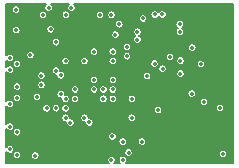
<source format=gbr>
G04 #@! TF.GenerationSoftware,KiCad,Pcbnew,(5.1.0)-1*
G04 #@! TF.CreationDate,2019-07-29T23:07:26-07:00*
G04 #@! TF.ProjectId,WireFreeV4_Release,57697265-4672-4656-9556-345f52656c65,rev?*
G04 #@! TF.SameCoordinates,Original*
G04 #@! TF.FileFunction,Copper,L2,Inr*
G04 #@! TF.FilePolarity,Positive*
%FSLAX46Y46*%
G04 Gerber Fmt 4.6, Leading zero omitted, Abs format (unit mm)*
G04 Created by KiCad (PCBNEW (5.1.0)-1) date 2019-07-29 23:07:26*
%MOMM*%
%LPD*%
G04 APERTURE LIST*
%ADD10C,0.355600*%
%ADD11C,0.127000*%
G04 APERTURE END LIST*
D10*
X139500000Y-85520000D03*
X133220000Y-84920000D03*
X130900980Y-97876440D03*
X139618720Y-88633300D03*
X139618720Y-89435940D03*
X139618720Y-90236040D03*
X138818620Y-90236040D03*
X138018520Y-90236040D03*
X137218420Y-89435940D03*
X137218420Y-90236040D03*
X137218420Y-91036140D03*
X138018520Y-91036140D03*
X138018520Y-92636340D03*
X136418320Y-92636340D03*
X136418320Y-91836240D03*
X138018520Y-91833700D03*
X133707460Y-85523800D03*
X138536000Y-85518720D03*
X131512960Y-88703529D03*
X134717439Y-97448819D03*
X132649860Y-86733200D03*
X148699220Y-91770620D03*
X148700000Y-89680000D03*
X143970000Y-86810000D03*
X143970000Y-87760000D03*
X143020000Y-87760000D03*
X141700000Y-88260000D03*
X141630000Y-85550000D03*
X142946120Y-91646580D03*
X145348960Y-92698840D03*
X146838960Y-85573840D03*
X137218420Y-91836240D03*
X145600000Y-97140000D03*
X139984601Y-97187940D03*
X141800000Y-92860000D03*
X140030000Y-88260000D03*
X138818620Y-89435940D03*
X143020000Y-86810000D03*
X139507080Y-97805160D03*
X130900820Y-89183580D03*
X131512960Y-97392860D03*
X130905900Y-96907720D03*
X147060000Y-89680000D03*
X147340000Y-92910000D03*
X139618720Y-91033600D03*
X133050000Y-97440000D03*
X131448039Y-86812839D03*
X148699220Y-93410620D03*
X143170000Y-85490000D03*
X148950000Y-97300000D03*
X146300000Y-92190000D03*
X143150000Y-89650000D03*
X131430000Y-85080000D03*
X142079000Y-96248220D03*
X140160000Y-86310000D03*
X143460000Y-93580000D03*
X145348957Y-90498843D03*
X140820000Y-88230000D03*
X134349860Y-86733200D03*
X132649860Y-88933200D03*
X139840000Y-87200000D03*
X140820000Y-89030000D03*
X138816760Y-92633800D03*
X138818900Y-91834720D03*
X139615500Y-91836240D03*
X139580000Y-95820000D03*
X140949800Y-97187940D03*
X140470000Y-96260000D03*
X140467200Y-97797540D03*
X145290000Y-86960000D03*
X146340000Y-88290000D03*
X141700000Y-86960000D03*
X145348960Y-89398840D03*
X141700000Y-87610000D03*
X145290000Y-86310000D03*
X136029700Y-94645480D03*
X137624820Y-94625160D03*
X131512960Y-95459922D03*
X134818900Y-87834720D03*
X130903360Y-94977322D03*
X135219440Y-92234180D03*
X130903360Y-93046924D03*
X135214360Y-90634820D03*
X134818900Y-93434720D03*
X131512960Y-92564325D03*
X131512960Y-91599126D03*
X133576054Y-90665300D03*
X130903360Y-90151327D03*
X135618900Y-94234720D03*
X133207750Y-92456000D03*
X137218900Y-94234720D03*
X131512960Y-89668728D03*
X133578600Y-91439966D03*
X135618900Y-89434720D03*
X134187524Y-84909120D03*
X134818900Y-90234720D03*
X135635322Y-85518720D03*
X138018900Y-88634720D03*
X136117922Y-84909120D03*
X135618900Y-92634720D03*
X142530000Y-90700000D03*
X141218900Y-94234720D03*
X143830002Y-90080000D03*
X135618900Y-93434720D03*
X144470000Y-89080000D03*
X134018900Y-93434720D03*
X143820000Y-85490000D03*
X141218900Y-92634720D03*
X139618900Y-92634720D03*
X142180000Y-85820000D03*
D11*
G36*
X133952746Y-84623043D02*
G01*
X133901447Y-84674342D01*
X133861141Y-84734665D01*
X133833378Y-84801691D01*
X133819224Y-84872846D01*
X133819224Y-84945394D01*
X133833378Y-85016549D01*
X133861141Y-85083575D01*
X133901447Y-85143898D01*
X133952746Y-85195197D01*
X134013069Y-85235503D01*
X134080095Y-85263266D01*
X134151250Y-85277420D01*
X134223798Y-85277420D01*
X134294953Y-85263266D01*
X134361979Y-85235503D01*
X134422302Y-85195197D01*
X134473601Y-85143898D01*
X134513907Y-85083575D01*
X134541670Y-85016549D01*
X134555824Y-84945394D01*
X134555824Y-84872846D01*
X134541670Y-84801691D01*
X134513907Y-84734665D01*
X134473601Y-84674342D01*
X134422302Y-84623043D01*
X134411013Y-84615500D01*
X135894433Y-84615500D01*
X135883144Y-84623043D01*
X135831845Y-84674342D01*
X135791539Y-84734665D01*
X135763776Y-84801691D01*
X135749622Y-84872846D01*
X135749622Y-84945394D01*
X135763776Y-85016549D01*
X135791539Y-85083575D01*
X135831845Y-85143898D01*
X135883144Y-85195197D01*
X135943467Y-85235503D01*
X136010493Y-85263266D01*
X136081648Y-85277420D01*
X136154196Y-85277420D01*
X136225351Y-85263266D01*
X136292377Y-85235503D01*
X136352700Y-85195197D01*
X136403999Y-85143898D01*
X136444305Y-85083575D01*
X136472068Y-85016549D01*
X136486222Y-84945394D01*
X136486222Y-84872846D01*
X136472068Y-84801691D01*
X136444305Y-84734665D01*
X136403999Y-84674342D01*
X136352700Y-84623043D01*
X136341411Y-84615500D01*
X149784656Y-84615500D01*
X149794345Y-98084500D01*
X140700656Y-98084500D01*
X140701978Y-98083617D01*
X140753277Y-98032318D01*
X140793583Y-97971995D01*
X140821346Y-97904969D01*
X140835500Y-97833814D01*
X140835500Y-97761266D01*
X140821346Y-97690111D01*
X140793583Y-97623085D01*
X140753277Y-97562762D01*
X140701978Y-97511463D01*
X140641655Y-97471157D01*
X140574629Y-97443394D01*
X140503474Y-97429240D01*
X140430926Y-97429240D01*
X140359771Y-97443394D01*
X140292745Y-97471157D01*
X140232422Y-97511463D01*
X140181123Y-97562762D01*
X140140817Y-97623085D01*
X140113054Y-97690111D01*
X140098900Y-97761266D01*
X140098900Y-97833814D01*
X140113054Y-97904969D01*
X140140817Y-97971995D01*
X140181123Y-98032318D01*
X140232422Y-98083617D01*
X140233744Y-98084500D01*
X139748595Y-98084500D01*
X139793157Y-98039938D01*
X139833463Y-97979615D01*
X139861226Y-97912589D01*
X139875380Y-97841434D01*
X139875380Y-97768886D01*
X139861226Y-97697731D01*
X139833463Y-97630705D01*
X139793157Y-97570382D01*
X139741858Y-97519083D01*
X139681535Y-97478777D01*
X139614509Y-97451014D01*
X139543354Y-97436860D01*
X139470806Y-97436860D01*
X139399651Y-97451014D01*
X139332625Y-97478777D01*
X139272302Y-97519083D01*
X139221003Y-97570382D01*
X139180697Y-97630705D01*
X139152934Y-97697731D01*
X139138780Y-97768886D01*
X139138780Y-97841434D01*
X139152934Y-97912589D01*
X139180697Y-97979615D01*
X139221003Y-98039938D01*
X139265565Y-98084500D01*
X130615500Y-98084500D01*
X130615500Y-97356586D01*
X131144660Y-97356586D01*
X131144660Y-97429134D01*
X131158814Y-97500289D01*
X131186577Y-97567315D01*
X131226883Y-97627638D01*
X131278182Y-97678937D01*
X131338505Y-97719243D01*
X131405531Y-97747006D01*
X131476686Y-97761160D01*
X131549234Y-97761160D01*
X131620389Y-97747006D01*
X131687415Y-97719243D01*
X131747738Y-97678937D01*
X131799037Y-97627638D01*
X131839343Y-97567315D01*
X131867106Y-97500289D01*
X131881260Y-97429134D01*
X131881260Y-97403726D01*
X132681700Y-97403726D01*
X132681700Y-97476274D01*
X132695854Y-97547429D01*
X132723617Y-97614455D01*
X132763923Y-97674778D01*
X132815222Y-97726077D01*
X132875545Y-97766383D01*
X132942571Y-97794146D01*
X133013726Y-97808300D01*
X133086274Y-97808300D01*
X133157429Y-97794146D01*
X133224455Y-97766383D01*
X133284778Y-97726077D01*
X133336077Y-97674778D01*
X133376383Y-97614455D01*
X133404146Y-97547429D01*
X133418300Y-97476274D01*
X133418300Y-97403726D01*
X133404146Y-97332571D01*
X133376383Y-97265545D01*
X133336077Y-97205222D01*
X133284778Y-97153923D01*
X133281401Y-97151666D01*
X140581500Y-97151666D01*
X140581500Y-97224214D01*
X140595654Y-97295369D01*
X140623417Y-97362395D01*
X140663723Y-97422718D01*
X140715022Y-97474017D01*
X140775345Y-97514323D01*
X140842371Y-97542086D01*
X140913526Y-97556240D01*
X140986074Y-97556240D01*
X141057229Y-97542086D01*
X141124255Y-97514323D01*
X141184578Y-97474017D01*
X141235877Y-97422718D01*
X141276183Y-97362395D01*
X141303946Y-97295369D01*
X141310240Y-97263726D01*
X148581700Y-97263726D01*
X148581700Y-97336274D01*
X148595854Y-97407429D01*
X148623617Y-97474455D01*
X148663923Y-97534778D01*
X148715222Y-97586077D01*
X148775545Y-97626383D01*
X148842571Y-97654146D01*
X148913726Y-97668300D01*
X148986274Y-97668300D01*
X149057429Y-97654146D01*
X149124455Y-97626383D01*
X149184778Y-97586077D01*
X149236077Y-97534778D01*
X149276383Y-97474455D01*
X149304146Y-97407429D01*
X149318300Y-97336274D01*
X149318300Y-97263726D01*
X149304146Y-97192571D01*
X149276383Y-97125545D01*
X149236077Y-97065222D01*
X149184778Y-97013923D01*
X149124455Y-96973617D01*
X149057429Y-96945854D01*
X148986274Y-96931700D01*
X148913726Y-96931700D01*
X148842571Y-96945854D01*
X148775545Y-96973617D01*
X148715222Y-97013923D01*
X148663923Y-97065222D01*
X148623617Y-97125545D01*
X148595854Y-97192571D01*
X148581700Y-97263726D01*
X141310240Y-97263726D01*
X141318100Y-97224214D01*
X141318100Y-97151666D01*
X141303946Y-97080511D01*
X141276183Y-97013485D01*
X141235877Y-96953162D01*
X141184578Y-96901863D01*
X141124255Y-96861557D01*
X141057229Y-96833794D01*
X140986074Y-96819640D01*
X140913526Y-96819640D01*
X140842371Y-96833794D01*
X140775345Y-96861557D01*
X140715022Y-96901863D01*
X140663723Y-96953162D01*
X140623417Y-97013485D01*
X140595654Y-97080511D01*
X140581500Y-97151666D01*
X133281401Y-97151666D01*
X133224455Y-97113617D01*
X133157429Y-97085854D01*
X133086274Y-97071700D01*
X133013726Y-97071700D01*
X132942571Y-97085854D01*
X132875545Y-97113617D01*
X132815222Y-97153923D01*
X132763923Y-97205222D01*
X132723617Y-97265545D01*
X132695854Y-97332571D01*
X132681700Y-97403726D01*
X131881260Y-97403726D01*
X131881260Y-97356586D01*
X131867106Y-97285431D01*
X131839343Y-97218405D01*
X131799037Y-97158082D01*
X131747738Y-97106783D01*
X131687415Y-97066477D01*
X131620389Y-97038714D01*
X131549234Y-97024560D01*
X131476686Y-97024560D01*
X131405531Y-97038714D01*
X131338505Y-97066477D01*
X131278182Y-97106783D01*
X131226883Y-97158082D01*
X131186577Y-97218405D01*
X131158814Y-97285431D01*
X131144660Y-97356586D01*
X130615500Y-97356586D01*
X130615500Y-97136028D01*
X130619823Y-97142498D01*
X130671122Y-97193797D01*
X130731445Y-97234103D01*
X130798471Y-97261866D01*
X130869626Y-97276020D01*
X130942174Y-97276020D01*
X131013329Y-97261866D01*
X131080355Y-97234103D01*
X131140678Y-97193797D01*
X131191977Y-97142498D01*
X131232283Y-97082175D01*
X131260046Y-97015149D01*
X131274200Y-96943994D01*
X131274200Y-96871446D01*
X131260046Y-96800291D01*
X131232283Y-96733265D01*
X131191977Y-96672942D01*
X131140678Y-96621643D01*
X131080355Y-96581337D01*
X131013329Y-96553574D01*
X130942174Y-96539420D01*
X130869626Y-96539420D01*
X130798471Y-96553574D01*
X130731445Y-96581337D01*
X130671122Y-96621643D01*
X130619823Y-96672942D01*
X130615500Y-96679412D01*
X130615500Y-96223726D01*
X140101700Y-96223726D01*
X140101700Y-96296274D01*
X140115854Y-96367429D01*
X140143617Y-96434455D01*
X140183923Y-96494778D01*
X140235222Y-96546077D01*
X140295545Y-96586383D01*
X140362571Y-96614146D01*
X140433726Y-96628300D01*
X140506274Y-96628300D01*
X140577429Y-96614146D01*
X140644455Y-96586383D01*
X140704778Y-96546077D01*
X140756077Y-96494778D01*
X140796383Y-96434455D01*
X140824146Y-96367429D01*
X140838300Y-96296274D01*
X140838300Y-96223726D01*
X140835957Y-96211946D01*
X141710700Y-96211946D01*
X141710700Y-96284494D01*
X141724854Y-96355649D01*
X141752617Y-96422675D01*
X141792923Y-96482998D01*
X141844222Y-96534297D01*
X141904545Y-96574603D01*
X141971571Y-96602366D01*
X142042726Y-96616520D01*
X142115274Y-96616520D01*
X142186429Y-96602366D01*
X142253455Y-96574603D01*
X142313778Y-96534297D01*
X142365077Y-96482998D01*
X142405383Y-96422675D01*
X142433146Y-96355649D01*
X142447300Y-96284494D01*
X142447300Y-96211946D01*
X142433146Y-96140791D01*
X142405383Y-96073765D01*
X142365077Y-96013442D01*
X142313778Y-95962143D01*
X142253455Y-95921837D01*
X142186429Y-95894074D01*
X142115274Y-95879920D01*
X142042726Y-95879920D01*
X141971571Y-95894074D01*
X141904545Y-95921837D01*
X141844222Y-95962143D01*
X141792923Y-96013442D01*
X141752617Y-96073765D01*
X141724854Y-96140791D01*
X141710700Y-96211946D01*
X140835957Y-96211946D01*
X140824146Y-96152571D01*
X140796383Y-96085545D01*
X140756077Y-96025222D01*
X140704778Y-95973923D01*
X140644455Y-95933617D01*
X140577429Y-95905854D01*
X140506274Y-95891700D01*
X140433726Y-95891700D01*
X140362571Y-95905854D01*
X140295545Y-95933617D01*
X140235222Y-95973923D01*
X140183923Y-96025222D01*
X140143617Y-96085545D01*
X140115854Y-96152571D01*
X140101700Y-96223726D01*
X130615500Y-96223726D01*
X130615500Y-95423648D01*
X131144660Y-95423648D01*
X131144660Y-95496196D01*
X131158814Y-95567351D01*
X131186577Y-95634377D01*
X131226883Y-95694700D01*
X131278182Y-95745999D01*
X131338505Y-95786305D01*
X131405531Y-95814068D01*
X131476686Y-95828222D01*
X131549234Y-95828222D01*
X131620389Y-95814068D01*
X131687415Y-95786305D01*
X131691274Y-95783726D01*
X139211700Y-95783726D01*
X139211700Y-95856274D01*
X139225854Y-95927429D01*
X139253617Y-95994455D01*
X139293923Y-96054778D01*
X139345222Y-96106077D01*
X139405545Y-96146383D01*
X139472571Y-96174146D01*
X139543726Y-96188300D01*
X139616274Y-96188300D01*
X139687429Y-96174146D01*
X139754455Y-96146383D01*
X139814778Y-96106077D01*
X139866077Y-96054778D01*
X139906383Y-95994455D01*
X139934146Y-95927429D01*
X139948300Y-95856274D01*
X139948300Y-95783726D01*
X139934146Y-95712571D01*
X139906383Y-95645545D01*
X139866077Y-95585222D01*
X139814778Y-95533923D01*
X139754455Y-95493617D01*
X139687429Y-95465854D01*
X139616274Y-95451700D01*
X139543726Y-95451700D01*
X139472571Y-95465854D01*
X139405545Y-95493617D01*
X139345222Y-95533923D01*
X139293923Y-95585222D01*
X139253617Y-95645545D01*
X139225854Y-95712571D01*
X139211700Y-95783726D01*
X131691274Y-95783726D01*
X131747738Y-95745999D01*
X131799037Y-95694700D01*
X131839343Y-95634377D01*
X131867106Y-95567351D01*
X131881260Y-95496196D01*
X131881260Y-95423648D01*
X131867106Y-95352493D01*
X131839343Y-95285467D01*
X131799037Y-95225144D01*
X131747738Y-95173845D01*
X131687415Y-95133539D01*
X131620389Y-95105776D01*
X131549234Y-95091622D01*
X131476686Y-95091622D01*
X131405531Y-95105776D01*
X131338505Y-95133539D01*
X131278182Y-95173845D01*
X131226883Y-95225144D01*
X131186577Y-95285467D01*
X131158814Y-95352493D01*
X131144660Y-95423648D01*
X130615500Y-95423648D01*
X130615500Y-95209432D01*
X130617283Y-95212100D01*
X130668582Y-95263399D01*
X130728905Y-95303705D01*
X130795931Y-95331468D01*
X130867086Y-95345622D01*
X130939634Y-95345622D01*
X131010789Y-95331468D01*
X131077815Y-95303705D01*
X131138138Y-95263399D01*
X131189437Y-95212100D01*
X131229743Y-95151777D01*
X131257506Y-95084751D01*
X131271660Y-95013596D01*
X131271660Y-94941048D01*
X131257506Y-94869893D01*
X131229743Y-94802867D01*
X131189437Y-94742544D01*
X131138138Y-94691245D01*
X131077815Y-94650939D01*
X131010789Y-94623176D01*
X130939634Y-94609022D01*
X130867086Y-94609022D01*
X130795931Y-94623176D01*
X130728905Y-94650939D01*
X130668582Y-94691245D01*
X130617283Y-94742544D01*
X130615500Y-94745212D01*
X130615500Y-94198446D01*
X135250600Y-94198446D01*
X135250600Y-94270994D01*
X135264754Y-94342149D01*
X135292517Y-94409175D01*
X135332823Y-94469498D01*
X135384122Y-94520797D01*
X135444445Y-94561103D01*
X135511471Y-94588866D01*
X135582626Y-94603020D01*
X135655174Y-94603020D01*
X135662938Y-94601476D01*
X135661400Y-94609206D01*
X135661400Y-94681754D01*
X135675554Y-94752909D01*
X135703317Y-94819935D01*
X135743623Y-94880258D01*
X135794922Y-94931557D01*
X135855245Y-94971863D01*
X135922271Y-94999626D01*
X135993426Y-95013780D01*
X136065974Y-95013780D01*
X136137129Y-94999626D01*
X136204155Y-94971863D01*
X136264478Y-94931557D01*
X136315777Y-94880258D01*
X136356083Y-94819935D01*
X136383846Y-94752909D01*
X136398000Y-94681754D01*
X136398000Y-94609206D01*
X136383846Y-94538051D01*
X136356083Y-94471025D01*
X136315777Y-94410702D01*
X136264478Y-94359403D01*
X136204155Y-94319097D01*
X136137129Y-94291334D01*
X136065974Y-94277180D01*
X135993426Y-94277180D01*
X135985662Y-94278724D01*
X135987200Y-94270994D01*
X135987200Y-94198446D01*
X136850600Y-94198446D01*
X136850600Y-94270994D01*
X136864754Y-94342149D01*
X136892517Y-94409175D01*
X136932823Y-94469498D01*
X136984122Y-94520797D01*
X137044445Y-94561103D01*
X137111471Y-94588866D01*
X137182626Y-94603020D01*
X137255174Y-94603020D01*
X137256520Y-94602752D01*
X137256520Y-94661434D01*
X137270674Y-94732589D01*
X137298437Y-94799615D01*
X137338743Y-94859938D01*
X137390042Y-94911237D01*
X137450365Y-94951543D01*
X137517391Y-94979306D01*
X137588546Y-94993460D01*
X137661094Y-94993460D01*
X137732249Y-94979306D01*
X137799275Y-94951543D01*
X137859598Y-94911237D01*
X137910897Y-94859938D01*
X137951203Y-94799615D01*
X137978966Y-94732589D01*
X137993120Y-94661434D01*
X137993120Y-94588886D01*
X137978966Y-94517731D01*
X137951203Y-94450705D01*
X137910897Y-94390382D01*
X137859598Y-94339083D01*
X137799275Y-94298777D01*
X137732249Y-94271014D01*
X137661094Y-94256860D01*
X137588546Y-94256860D01*
X137587200Y-94257128D01*
X137587200Y-94198446D01*
X140850600Y-94198446D01*
X140850600Y-94270994D01*
X140864754Y-94342149D01*
X140892517Y-94409175D01*
X140932823Y-94469498D01*
X140984122Y-94520797D01*
X141044445Y-94561103D01*
X141111471Y-94588866D01*
X141182626Y-94603020D01*
X141255174Y-94603020D01*
X141326329Y-94588866D01*
X141393355Y-94561103D01*
X141453678Y-94520797D01*
X141504977Y-94469498D01*
X141545283Y-94409175D01*
X141573046Y-94342149D01*
X141587200Y-94270994D01*
X141587200Y-94198446D01*
X141573046Y-94127291D01*
X141545283Y-94060265D01*
X141504977Y-93999942D01*
X141453678Y-93948643D01*
X141393355Y-93908337D01*
X141326329Y-93880574D01*
X141255174Y-93866420D01*
X141182626Y-93866420D01*
X141111471Y-93880574D01*
X141044445Y-93908337D01*
X140984122Y-93948643D01*
X140932823Y-93999942D01*
X140892517Y-94060265D01*
X140864754Y-94127291D01*
X140850600Y-94198446D01*
X137587200Y-94198446D01*
X137573046Y-94127291D01*
X137545283Y-94060265D01*
X137504977Y-93999942D01*
X137453678Y-93948643D01*
X137393355Y-93908337D01*
X137326329Y-93880574D01*
X137255174Y-93866420D01*
X137182626Y-93866420D01*
X137111471Y-93880574D01*
X137044445Y-93908337D01*
X136984122Y-93948643D01*
X136932823Y-93999942D01*
X136892517Y-94060265D01*
X136864754Y-94127291D01*
X136850600Y-94198446D01*
X135987200Y-94198446D01*
X135973046Y-94127291D01*
X135945283Y-94060265D01*
X135904977Y-93999942D01*
X135853678Y-93948643D01*
X135793355Y-93908337D01*
X135726329Y-93880574D01*
X135655174Y-93866420D01*
X135582626Y-93866420D01*
X135511471Y-93880574D01*
X135444445Y-93908337D01*
X135384122Y-93948643D01*
X135332823Y-93999942D01*
X135292517Y-94060265D01*
X135264754Y-94127291D01*
X135250600Y-94198446D01*
X130615500Y-94198446D01*
X130615500Y-93279034D01*
X130617283Y-93281702D01*
X130668582Y-93333001D01*
X130728905Y-93373307D01*
X130795931Y-93401070D01*
X130867086Y-93415224D01*
X130939634Y-93415224D01*
X131010789Y-93401070D01*
X131017123Y-93398446D01*
X133650600Y-93398446D01*
X133650600Y-93470994D01*
X133664754Y-93542149D01*
X133692517Y-93609175D01*
X133732823Y-93669498D01*
X133784122Y-93720797D01*
X133844445Y-93761103D01*
X133911471Y-93788866D01*
X133982626Y-93803020D01*
X134055174Y-93803020D01*
X134126329Y-93788866D01*
X134193355Y-93761103D01*
X134253678Y-93720797D01*
X134304977Y-93669498D01*
X134345283Y-93609175D01*
X134373046Y-93542149D01*
X134387200Y-93470994D01*
X134387200Y-93398446D01*
X134450600Y-93398446D01*
X134450600Y-93470994D01*
X134464754Y-93542149D01*
X134492517Y-93609175D01*
X134532823Y-93669498D01*
X134584122Y-93720797D01*
X134644445Y-93761103D01*
X134711471Y-93788866D01*
X134782626Y-93803020D01*
X134855174Y-93803020D01*
X134926329Y-93788866D01*
X134993355Y-93761103D01*
X135053678Y-93720797D01*
X135104977Y-93669498D01*
X135145283Y-93609175D01*
X135173046Y-93542149D01*
X135187200Y-93470994D01*
X135187200Y-93398446D01*
X135250600Y-93398446D01*
X135250600Y-93470994D01*
X135264754Y-93542149D01*
X135292517Y-93609175D01*
X135332823Y-93669498D01*
X135384122Y-93720797D01*
X135444445Y-93761103D01*
X135511471Y-93788866D01*
X135582626Y-93803020D01*
X135655174Y-93803020D01*
X135726329Y-93788866D01*
X135793355Y-93761103D01*
X135853678Y-93720797D01*
X135904977Y-93669498D01*
X135945283Y-93609175D01*
X135972392Y-93543726D01*
X143091700Y-93543726D01*
X143091700Y-93616274D01*
X143105854Y-93687429D01*
X143133617Y-93754455D01*
X143173923Y-93814778D01*
X143225222Y-93866077D01*
X143285545Y-93906383D01*
X143352571Y-93934146D01*
X143423726Y-93948300D01*
X143496274Y-93948300D01*
X143567429Y-93934146D01*
X143634455Y-93906383D01*
X143694778Y-93866077D01*
X143746077Y-93814778D01*
X143786383Y-93754455D01*
X143814146Y-93687429D01*
X143828300Y-93616274D01*
X143828300Y-93543726D01*
X143814146Y-93472571D01*
X143786383Y-93405545D01*
X143765537Y-93374346D01*
X148330920Y-93374346D01*
X148330920Y-93446894D01*
X148345074Y-93518049D01*
X148372837Y-93585075D01*
X148413143Y-93645398D01*
X148464442Y-93696697D01*
X148524765Y-93737003D01*
X148591791Y-93764766D01*
X148662946Y-93778920D01*
X148735494Y-93778920D01*
X148806649Y-93764766D01*
X148873675Y-93737003D01*
X148933998Y-93696697D01*
X148985297Y-93645398D01*
X149025603Y-93585075D01*
X149053366Y-93518049D01*
X149067520Y-93446894D01*
X149067520Y-93374346D01*
X149053366Y-93303191D01*
X149025603Y-93236165D01*
X148985297Y-93175842D01*
X148933998Y-93124543D01*
X148873675Y-93084237D01*
X148806649Y-93056474D01*
X148735494Y-93042320D01*
X148662946Y-93042320D01*
X148591791Y-93056474D01*
X148524765Y-93084237D01*
X148464442Y-93124543D01*
X148413143Y-93175842D01*
X148372837Y-93236165D01*
X148345074Y-93303191D01*
X148330920Y-93374346D01*
X143765537Y-93374346D01*
X143746077Y-93345222D01*
X143694778Y-93293923D01*
X143634455Y-93253617D01*
X143567429Y-93225854D01*
X143496274Y-93211700D01*
X143423726Y-93211700D01*
X143352571Y-93225854D01*
X143285545Y-93253617D01*
X143225222Y-93293923D01*
X143173923Y-93345222D01*
X143133617Y-93405545D01*
X143105854Y-93472571D01*
X143091700Y-93543726D01*
X135972392Y-93543726D01*
X135973046Y-93542149D01*
X135987200Y-93470994D01*
X135987200Y-93398446D01*
X135973046Y-93327291D01*
X135945283Y-93260265D01*
X135904977Y-93199942D01*
X135853678Y-93148643D01*
X135793355Y-93108337D01*
X135726329Y-93080574D01*
X135655174Y-93066420D01*
X135582626Y-93066420D01*
X135511471Y-93080574D01*
X135444445Y-93108337D01*
X135384122Y-93148643D01*
X135332823Y-93199942D01*
X135292517Y-93260265D01*
X135264754Y-93327291D01*
X135250600Y-93398446D01*
X135187200Y-93398446D01*
X135173046Y-93327291D01*
X135145283Y-93260265D01*
X135104977Y-93199942D01*
X135053678Y-93148643D01*
X134993355Y-93108337D01*
X134926329Y-93080574D01*
X134855174Y-93066420D01*
X134782626Y-93066420D01*
X134711471Y-93080574D01*
X134644445Y-93108337D01*
X134584122Y-93148643D01*
X134532823Y-93199942D01*
X134492517Y-93260265D01*
X134464754Y-93327291D01*
X134450600Y-93398446D01*
X134387200Y-93398446D01*
X134373046Y-93327291D01*
X134345283Y-93260265D01*
X134304977Y-93199942D01*
X134253678Y-93148643D01*
X134193355Y-93108337D01*
X134126329Y-93080574D01*
X134055174Y-93066420D01*
X133982626Y-93066420D01*
X133911471Y-93080574D01*
X133844445Y-93108337D01*
X133784122Y-93148643D01*
X133732823Y-93199942D01*
X133692517Y-93260265D01*
X133664754Y-93327291D01*
X133650600Y-93398446D01*
X131017123Y-93398446D01*
X131077815Y-93373307D01*
X131138138Y-93333001D01*
X131189437Y-93281702D01*
X131229743Y-93221379D01*
X131257506Y-93154353D01*
X131271660Y-93083198D01*
X131271660Y-93010650D01*
X131257506Y-92939495D01*
X131229743Y-92872469D01*
X131189437Y-92812146D01*
X131138138Y-92760847D01*
X131077815Y-92720541D01*
X131010789Y-92692778D01*
X130939634Y-92678624D01*
X130867086Y-92678624D01*
X130795931Y-92692778D01*
X130728905Y-92720541D01*
X130668582Y-92760847D01*
X130617283Y-92812146D01*
X130615500Y-92814814D01*
X130615500Y-92528051D01*
X131144660Y-92528051D01*
X131144660Y-92600599D01*
X131158814Y-92671754D01*
X131186577Y-92738780D01*
X131226883Y-92799103D01*
X131278182Y-92850402D01*
X131338505Y-92890708D01*
X131405531Y-92918471D01*
X131476686Y-92932625D01*
X131549234Y-92932625D01*
X131620389Y-92918471D01*
X131687415Y-92890708D01*
X131747738Y-92850402D01*
X131799037Y-92799103D01*
X131839343Y-92738780D01*
X131867106Y-92671754D01*
X131881260Y-92600599D01*
X131881260Y-92528051D01*
X131867106Y-92456896D01*
X131851710Y-92419726D01*
X132839450Y-92419726D01*
X132839450Y-92492274D01*
X132853604Y-92563429D01*
X132881367Y-92630455D01*
X132921673Y-92690778D01*
X132972972Y-92742077D01*
X133033295Y-92782383D01*
X133100321Y-92810146D01*
X133171476Y-92824300D01*
X133244024Y-92824300D01*
X133315179Y-92810146D01*
X133382205Y-92782383D01*
X133442528Y-92742077D01*
X133493827Y-92690778D01*
X133534133Y-92630455D01*
X133561896Y-92563429D01*
X133576050Y-92492274D01*
X133576050Y-92419726D01*
X133561896Y-92348571D01*
X133534133Y-92281545D01*
X133493827Y-92221222D01*
X133470511Y-92197906D01*
X134851140Y-92197906D01*
X134851140Y-92270454D01*
X134865294Y-92341609D01*
X134893057Y-92408635D01*
X134933363Y-92468958D01*
X134984662Y-92520257D01*
X135044985Y-92560563D01*
X135112011Y-92588326D01*
X135183166Y-92602480D01*
X135250600Y-92602480D01*
X135250600Y-92670994D01*
X135264754Y-92742149D01*
X135292517Y-92809175D01*
X135332823Y-92869498D01*
X135384122Y-92920797D01*
X135444445Y-92961103D01*
X135511471Y-92988866D01*
X135582626Y-93003020D01*
X135655174Y-93003020D01*
X135726329Y-92988866D01*
X135793355Y-92961103D01*
X135853678Y-92920797D01*
X135904977Y-92869498D01*
X135945283Y-92809175D01*
X135973046Y-92742149D01*
X135987200Y-92670994D01*
X135987200Y-92600066D01*
X136050020Y-92600066D01*
X136050020Y-92672614D01*
X136064174Y-92743769D01*
X136091937Y-92810795D01*
X136132243Y-92871118D01*
X136183542Y-92922417D01*
X136243865Y-92962723D01*
X136310891Y-92990486D01*
X136382046Y-93004640D01*
X136454594Y-93004640D01*
X136525749Y-92990486D01*
X136592775Y-92962723D01*
X136653098Y-92922417D01*
X136704397Y-92871118D01*
X136744703Y-92810795D01*
X136772466Y-92743769D01*
X136786620Y-92672614D01*
X136786620Y-92600066D01*
X136786115Y-92597526D01*
X138448460Y-92597526D01*
X138448460Y-92670074D01*
X138462614Y-92741229D01*
X138490377Y-92808255D01*
X138530683Y-92868578D01*
X138581982Y-92919877D01*
X138642305Y-92960183D01*
X138709331Y-92987946D01*
X138780486Y-93002100D01*
X138853034Y-93002100D01*
X138924189Y-92987946D01*
X138991215Y-92960183D01*
X139051538Y-92919877D01*
X139102837Y-92868578D01*
X139143143Y-92808255D01*
X139170906Y-92741229D01*
X139185060Y-92670074D01*
X139185060Y-92598446D01*
X139250600Y-92598446D01*
X139250600Y-92670994D01*
X139264754Y-92742149D01*
X139292517Y-92809175D01*
X139332823Y-92869498D01*
X139384122Y-92920797D01*
X139444445Y-92961103D01*
X139511471Y-92988866D01*
X139582626Y-93003020D01*
X139655174Y-93003020D01*
X139726329Y-92988866D01*
X139793355Y-92961103D01*
X139853678Y-92920797D01*
X139904977Y-92869498D01*
X139945283Y-92809175D01*
X139973046Y-92742149D01*
X139987200Y-92670994D01*
X139987200Y-92598446D01*
X140850600Y-92598446D01*
X140850600Y-92670994D01*
X140864754Y-92742149D01*
X140892517Y-92809175D01*
X140932823Y-92869498D01*
X140984122Y-92920797D01*
X141044445Y-92961103D01*
X141111471Y-92988866D01*
X141182626Y-93003020D01*
X141255174Y-93003020D01*
X141326329Y-92988866D01*
X141393355Y-92961103D01*
X141453678Y-92920797D01*
X141500749Y-92873726D01*
X146971700Y-92873726D01*
X146971700Y-92946274D01*
X146985854Y-93017429D01*
X147013617Y-93084455D01*
X147053923Y-93144778D01*
X147105222Y-93196077D01*
X147165545Y-93236383D01*
X147232571Y-93264146D01*
X147303726Y-93278300D01*
X147376274Y-93278300D01*
X147447429Y-93264146D01*
X147514455Y-93236383D01*
X147574778Y-93196077D01*
X147626077Y-93144778D01*
X147666383Y-93084455D01*
X147694146Y-93017429D01*
X147708300Y-92946274D01*
X147708300Y-92873726D01*
X147694146Y-92802571D01*
X147666383Y-92735545D01*
X147626077Y-92675222D01*
X147574778Y-92623923D01*
X147514455Y-92583617D01*
X147447429Y-92555854D01*
X147376274Y-92541700D01*
X147303726Y-92541700D01*
X147232571Y-92555854D01*
X147165545Y-92583617D01*
X147105222Y-92623923D01*
X147053923Y-92675222D01*
X147013617Y-92735545D01*
X146985854Y-92802571D01*
X146971700Y-92873726D01*
X141500749Y-92873726D01*
X141504977Y-92869498D01*
X141545283Y-92809175D01*
X141573046Y-92742149D01*
X141587200Y-92670994D01*
X141587200Y-92598446D01*
X141573046Y-92527291D01*
X141545283Y-92460265D01*
X141504977Y-92399942D01*
X141453678Y-92348643D01*
X141393355Y-92308337D01*
X141326329Y-92280574D01*
X141255174Y-92266420D01*
X141182626Y-92266420D01*
X141111471Y-92280574D01*
X141044445Y-92308337D01*
X140984122Y-92348643D01*
X140932823Y-92399942D01*
X140892517Y-92460265D01*
X140864754Y-92527291D01*
X140850600Y-92598446D01*
X139987200Y-92598446D01*
X139973046Y-92527291D01*
X139945283Y-92460265D01*
X139904977Y-92399942D01*
X139853678Y-92348643D01*
X139793355Y-92308337D01*
X139726329Y-92280574D01*
X139655174Y-92266420D01*
X139582626Y-92266420D01*
X139511471Y-92280574D01*
X139444445Y-92308337D01*
X139384122Y-92348643D01*
X139332823Y-92399942D01*
X139292517Y-92460265D01*
X139264754Y-92527291D01*
X139250600Y-92598446D01*
X139185060Y-92598446D01*
X139185060Y-92597526D01*
X139170906Y-92526371D01*
X139143143Y-92459345D01*
X139102837Y-92399022D01*
X139051538Y-92347723D01*
X138991215Y-92307417D01*
X138924189Y-92279654D01*
X138853034Y-92265500D01*
X138780486Y-92265500D01*
X138709331Y-92279654D01*
X138642305Y-92307417D01*
X138581982Y-92347723D01*
X138530683Y-92399022D01*
X138490377Y-92459345D01*
X138462614Y-92526371D01*
X138448460Y-92597526D01*
X136786115Y-92597526D01*
X136772466Y-92528911D01*
X136744703Y-92461885D01*
X136704397Y-92401562D01*
X136653098Y-92350263D01*
X136592775Y-92309957D01*
X136525749Y-92282194D01*
X136454594Y-92268040D01*
X136382046Y-92268040D01*
X136310891Y-92282194D01*
X136243865Y-92309957D01*
X136183542Y-92350263D01*
X136132243Y-92401562D01*
X136091937Y-92461885D01*
X136064174Y-92528911D01*
X136050020Y-92600066D01*
X135987200Y-92600066D01*
X135987200Y-92598446D01*
X135973046Y-92527291D01*
X135945283Y-92460265D01*
X135904977Y-92399942D01*
X135853678Y-92348643D01*
X135793355Y-92308337D01*
X135726329Y-92280574D01*
X135655174Y-92266420D01*
X135587740Y-92266420D01*
X135587740Y-92197906D01*
X135573586Y-92126751D01*
X135545823Y-92059725D01*
X135505517Y-91999402D01*
X135454218Y-91948103D01*
X135393895Y-91907797D01*
X135326869Y-91880034D01*
X135255714Y-91865880D01*
X135183166Y-91865880D01*
X135112011Y-91880034D01*
X135044985Y-91907797D01*
X134984662Y-91948103D01*
X134933363Y-91999402D01*
X134893057Y-92059725D01*
X134865294Y-92126751D01*
X134851140Y-92197906D01*
X133470511Y-92197906D01*
X133442528Y-92169923D01*
X133382205Y-92129617D01*
X133315179Y-92101854D01*
X133244024Y-92087700D01*
X133171476Y-92087700D01*
X133100321Y-92101854D01*
X133033295Y-92129617D01*
X132972972Y-92169923D01*
X132921673Y-92221222D01*
X132881367Y-92281545D01*
X132853604Y-92348571D01*
X132839450Y-92419726D01*
X131851710Y-92419726D01*
X131839343Y-92389870D01*
X131799037Y-92329547D01*
X131747738Y-92278248D01*
X131687415Y-92237942D01*
X131620389Y-92210179D01*
X131549234Y-92196025D01*
X131476686Y-92196025D01*
X131405531Y-92210179D01*
X131338505Y-92237942D01*
X131278182Y-92278248D01*
X131226883Y-92329547D01*
X131186577Y-92389870D01*
X131158814Y-92456896D01*
X131144660Y-92528051D01*
X130615500Y-92528051D01*
X130615500Y-91562852D01*
X131144660Y-91562852D01*
X131144660Y-91635400D01*
X131158814Y-91706555D01*
X131186577Y-91773581D01*
X131226883Y-91833904D01*
X131278182Y-91885203D01*
X131338505Y-91925509D01*
X131405531Y-91953272D01*
X131476686Y-91967426D01*
X131549234Y-91967426D01*
X131620389Y-91953272D01*
X131687415Y-91925509D01*
X131747738Y-91885203D01*
X131799037Y-91833904D01*
X131839343Y-91773581D01*
X131867106Y-91706555D01*
X131881260Y-91635400D01*
X131881260Y-91562852D01*
X131867106Y-91491697D01*
X131839343Y-91424671D01*
X131825326Y-91403692D01*
X133210300Y-91403692D01*
X133210300Y-91476240D01*
X133224454Y-91547395D01*
X133252217Y-91614421D01*
X133292523Y-91674744D01*
X133343822Y-91726043D01*
X133404145Y-91766349D01*
X133471171Y-91794112D01*
X133542326Y-91808266D01*
X133614874Y-91808266D01*
X133656599Y-91799966D01*
X136050020Y-91799966D01*
X136050020Y-91872514D01*
X136064174Y-91943669D01*
X136091937Y-92010695D01*
X136132243Y-92071018D01*
X136183542Y-92122317D01*
X136243865Y-92162623D01*
X136310891Y-92190386D01*
X136382046Y-92204540D01*
X136454594Y-92204540D01*
X136525749Y-92190386D01*
X136592775Y-92162623D01*
X136653098Y-92122317D01*
X136704397Y-92071018D01*
X136744703Y-92010695D01*
X136772466Y-91943669D01*
X136786620Y-91872514D01*
X136786620Y-91799966D01*
X136786115Y-91797426D01*
X137650220Y-91797426D01*
X137650220Y-91869974D01*
X137664374Y-91941129D01*
X137692137Y-92008155D01*
X137732443Y-92068478D01*
X137783742Y-92119777D01*
X137844065Y-92160083D01*
X137911091Y-92187846D01*
X137982246Y-92202000D01*
X138054794Y-92202000D01*
X138125949Y-92187846D01*
X138192975Y-92160083D01*
X138253298Y-92119777D01*
X138304597Y-92068478D01*
X138344903Y-92008155D01*
X138372666Y-91941129D01*
X138386820Y-91869974D01*
X138386820Y-91798446D01*
X138450600Y-91798446D01*
X138450600Y-91870994D01*
X138464754Y-91942149D01*
X138492517Y-92009175D01*
X138532823Y-92069498D01*
X138584122Y-92120797D01*
X138644445Y-92161103D01*
X138711471Y-92188866D01*
X138782626Y-92203020D01*
X138855174Y-92203020D01*
X138926329Y-92188866D01*
X138993355Y-92161103D01*
X139053678Y-92120797D01*
X139104977Y-92069498D01*
X139145283Y-92009175D01*
X139173046Y-91942149D01*
X139187200Y-91870994D01*
X139187200Y-91799966D01*
X139247200Y-91799966D01*
X139247200Y-91872514D01*
X139261354Y-91943669D01*
X139289117Y-92010695D01*
X139329423Y-92071018D01*
X139380722Y-92122317D01*
X139441045Y-92162623D01*
X139508071Y-92190386D01*
X139579226Y-92204540D01*
X139651774Y-92204540D01*
X139722929Y-92190386D01*
X139789955Y-92162623D01*
X139803270Y-92153726D01*
X145931700Y-92153726D01*
X145931700Y-92226274D01*
X145945854Y-92297429D01*
X145973617Y-92364455D01*
X146013923Y-92424778D01*
X146065222Y-92476077D01*
X146125545Y-92516383D01*
X146192571Y-92544146D01*
X146263726Y-92558300D01*
X146336274Y-92558300D01*
X146407429Y-92544146D01*
X146474455Y-92516383D01*
X146534778Y-92476077D01*
X146586077Y-92424778D01*
X146626383Y-92364455D01*
X146654146Y-92297429D01*
X146668300Y-92226274D01*
X146668300Y-92153726D01*
X146654146Y-92082571D01*
X146626383Y-92015545D01*
X146586077Y-91955222D01*
X146534778Y-91903923D01*
X146474455Y-91863617D01*
X146407429Y-91835854D01*
X146336274Y-91821700D01*
X146263726Y-91821700D01*
X146192571Y-91835854D01*
X146125545Y-91863617D01*
X146065222Y-91903923D01*
X146013923Y-91955222D01*
X145973617Y-92015545D01*
X145945854Y-92082571D01*
X145931700Y-92153726D01*
X139803270Y-92153726D01*
X139850278Y-92122317D01*
X139901577Y-92071018D01*
X139941883Y-92010695D01*
X139969646Y-91943669D01*
X139983800Y-91872514D01*
X139983800Y-91799966D01*
X139969646Y-91728811D01*
X139941883Y-91661785D01*
X139901577Y-91601462D01*
X139850278Y-91550163D01*
X139789955Y-91509857D01*
X139722929Y-91482094D01*
X139651774Y-91467940D01*
X139579226Y-91467940D01*
X139508071Y-91482094D01*
X139441045Y-91509857D01*
X139380722Y-91550163D01*
X139329423Y-91601462D01*
X139289117Y-91661785D01*
X139261354Y-91728811D01*
X139247200Y-91799966D01*
X139187200Y-91799966D01*
X139187200Y-91798446D01*
X139173046Y-91727291D01*
X139145283Y-91660265D01*
X139104977Y-91599942D01*
X139053678Y-91548643D01*
X138993355Y-91508337D01*
X138926329Y-91480574D01*
X138855174Y-91466420D01*
X138782626Y-91466420D01*
X138711471Y-91480574D01*
X138644445Y-91508337D01*
X138584122Y-91548643D01*
X138532823Y-91599942D01*
X138492517Y-91660265D01*
X138464754Y-91727291D01*
X138450600Y-91798446D01*
X138386820Y-91798446D01*
X138386820Y-91797426D01*
X138372666Y-91726271D01*
X138344903Y-91659245D01*
X138304597Y-91598922D01*
X138253298Y-91547623D01*
X138192975Y-91507317D01*
X138125949Y-91479554D01*
X138054794Y-91465400D01*
X137982246Y-91465400D01*
X137911091Y-91479554D01*
X137844065Y-91507317D01*
X137783742Y-91547623D01*
X137732443Y-91598922D01*
X137692137Y-91659245D01*
X137664374Y-91726271D01*
X137650220Y-91797426D01*
X136786115Y-91797426D01*
X136772466Y-91728811D01*
X136744703Y-91661785D01*
X136704397Y-91601462D01*
X136653098Y-91550163D01*
X136592775Y-91509857D01*
X136525749Y-91482094D01*
X136454594Y-91467940D01*
X136382046Y-91467940D01*
X136310891Y-91482094D01*
X136243865Y-91509857D01*
X136183542Y-91550163D01*
X136132243Y-91601462D01*
X136091937Y-91661785D01*
X136064174Y-91728811D01*
X136050020Y-91799966D01*
X133656599Y-91799966D01*
X133686029Y-91794112D01*
X133753055Y-91766349D01*
X133813378Y-91726043D01*
X133864677Y-91674744D01*
X133904983Y-91614421D01*
X133932746Y-91547395D01*
X133946900Y-91476240D01*
X133946900Y-91403692D01*
X133932746Y-91332537D01*
X133904983Y-91265511D01*
X133864677Y-91205188D01*
X133813378Y-91153889D01*
X133753055Y-91113583D01*
X133686029Y-91085820D01*
X133614874Y-91071666D01*
X133542326Y-91071666D01*
X133471171Y-91085820D01*
X133404145Y-91113583D01*
X133343822Y-91153889D01*
X133292523Y-91205188D01*
X133252217Y-91265511D01*
X133224454Y-91332537D01*
X133210300Y-91403692D01*
X131825326Y-91403692D01*
X131799037Y-91364348D01*
X131747738Y-91313049D01*
X131687415Y-91272743D01*
X131620389Y-91244980D01*
X131549234Y-91230826D01*
X131476686Y-91230826D01*
X131405531Y-91244980D01*
X131338505Y-91272743D01*
X131278182Y-91313049D01*
X131226883Y-91364348D01*
X131186577Y-91424671D01*
X131158814Y-91491697D01*
X131144660Y-91562852D01*
X130615500Y-91562852D01*
X130615500Y-90629026D01*
X133207754Y-90629026D01*
X133207754Y-90701574D01*
X133221908Y-90772729D01*
X133249671Y-90839755D01*
X133289977Y-90900078D01*
X133341276Y-90951377D01*
X133401599Y-90991683D01*
X133468625Y-91019446D01*
X133539780Y-91033600D01*
X133612328Y-91033600D01*
X133683483Y-91019446D01*
X133750509Y-90991683D01*
X133810832Y-90951377D01*
X133862131Y-90900078D01*
X133902437Y-90839755D01*
X133930200Y-90772729D01*
X133944354Y-90701574D01*
X133944354Y-90629026D01*
X133930200Y-90557871D01*
X133902437Y-90490845D01*
X133862131Y-90430522D01*
X133810832Y-90379223D01*
X133750509Y-90338917D01*
X133683483Y-90311154D01*
X133612328Y-90297000D01*
X133539780Y-90297000D01*
X133468625Y-90311154D01*
X133401599Y-90338917D01*
X133341276Y-90379223D01*
X133289977Y-90430522D01*
X133249671Y-90490845D01*
X133221908Y-90557871D01*
X133207754Y-90629026D01*
X130615500Y-90629026D01*
X130615500Y-90383437D01*
X130617283Y-90386105D01*
X130668582Y-90437404D01*
X130728905Y-90477710D01*
X130795931Y-90505473D01*
X130867086Y-90519627D01*
X130939634Y-90519627D01*
X131010789Y-90505473D01*
X131077815Y-90477710D01*
X131138138Y-90437404D01*
X131189437Y-90386105D01*
X131229743Y-90325782D01*
X131257506Y-90258756D01*
X131269502Y-90198446D01*
X134450600Y-90198446D01*
X134450600Y-90270994D01*
X134464754Y-90342149D01*
X134492517Y-90409175D01*
X134532823Y-90469498D01*
X134584122Y-90520797D01*
X134644445Y-90561103D01*
X134711471Y-90588866D01*
X134782626Y-90603020D01*
X134846060Y-90603020D01*
X134846060Y-90671094D01*
X134860214Y-90742249D01*
X134887977Y-90809275D01*
X134928283Y-90869598D01*
X134979582Y-90920897D01*
X135039905Y-90961203D01*
X135106931Y-90988966D01*
X135178086Y-91003120D01*
X135250634Y-91003120D01*
X135266992Y-90999866D01*
X137650220Y-90999866D01*
X137650220Y-91072414D01*
X137664374Y-91143569D01*
X137692137Y-91210595D01*
X137732443Y-91270918D01*
X137783742Y-91322217D01*
X137844065Y-91362523D01*
X137911091Y-91390286D01*
X137982246Y-91404440D01*
X138054794Y-91404440D01*
X138125949Y-91390286D01*
X138192975Y-91362523D01*
X138253298Y-91322217D01*
X138304597Y-91270918D01*
X138344903Y-91210595D01*
X138372666Y-91143569D01*
X138386820Y-91072414D01*
X138386820Y-90999866D01*
X138386315Y-90997326D01*
X139250420Y-90997326D01*
X139250420Y-91069874D01*
X139264574Y-91141029D01*
X139292337Y-91208055D01*
X139332643Y-91268378D01*
X139383942Y-91319677D01*
X139444265Y-91359983D01*
X139511291Y-91387746D01*
X139582446Y-91401900D01*
X139654994Y-91401900D01*
X139726149Y-91387746D01*
X139793175Y-91359983D01*
X139853498Y-91319677D01*
X139904797Y-91268378D01*
X139945103Y-91208055D01*
X139972866Y-91141029D01*
X139987020Y-91069874D01*
X139987020Y-90997326D01*
X139972866Y-90926171D01*
X139945103Y-90859145D01*
X139904797Y-90798822D01*
X139853498Y-90747523D01*
X139793175Y-90707217D01*
X139726149Y-90679454D01*
X139654994Y-90665300D01*
X139582446Y-90665300D01*
X139511291Y-90679454D01*
X139444265Y-90707217D01*
X139383942Y-90747523D01*
X139332643Y-90798822D01*
X139292337Y-90859145D01*
X139264574Y-90926171D01*
X139250420Y-90997326D01*
X138386315Y-90997326D01*
X138372666Y-90928711D01*
X138344903Y-90861685D01*
X138304597Y-90801362D01*
X138253298Y-90750063D01*
X138192975Y-90709757D01*
X138125949Y-90681994D01*
X138054794Y-90667840D01*
X137982246Y-90667840D01*
X137911091Y-90681994D01*
X137844065Y-90709757D01*
X137783742Y-90750063D01*
X137732443Y-90801362D01*
X137692137Y-90861685D01*
X137664374Y-90928711D01*
X137650220Y-90999866D01*
X135266992Y-90999866D01*
X135321789Y-90988966D01*
X135388815Y-90961203D01*
X135449138Y-90920897D01*
X135500437Y-90869598D01*
X135540743Y-90809275D01*
X135568506Y-90742249D01*
X135582660Y-90671094D01*
X135582660Y-90663726D01*
X142161700Y-90663726D01*
X142161700Y-90736274D01*
X142175854Y-90807429D01*
X142203617Y-90874455D01*
X142243923Y-90934778D01*
X142295222Y-90986077D01*
X142355545Y-91026383D01*
X142422571Y-91054146D01*
X142493726Y-91068300D01*
X142566274Y-91068300D01*
X142637429Y-91054146D01*
X142704455Y-91026383D01*
X142764778Y-90986077D01*
X142816077Y-90934778D01*
X142856383Y-90874455D01*
X142884146Y-90807429D01*
X142898300Y-90736274D01*
X142898300Y-90663726D01*
X142884146Y-90592571D01*
X142856383Y-90525545D01*
X142816077Y-90465222D01*
X142813424Y-90462569D01*
X144980657Y-90462569D01*
X144980657Y-90535117D01*
X144994811Y-90606272D01*
X145022574Y-90673298D01*
X145062880Y-90733621D01*
X145114179Y-90784920D01*
X145174502Y-90825226D01*
X145241528Y-90852989D01*
X145312683Y-90867143D01*
X145385231Y-90867143D01*
X145456386Y-90852989D01*
X145523412Y-90825226D01*
X145583735Y-90784920D01*
X145635034Y-90733621D01*
X145675340Y-90673298D01*
X145703103Y-90606272D01*
X145717257Y-90535117D01*
X145717257Y-90462569D01*
X145703103Y-90391414D01*
X145675340Y-90324388D01*
X145635034Y-90264065D01*
X145583735Y-90212766D01*
X145523412Y-90172460D01*
X145456386Y-90144697D01*
X145385231Y-90130543D01*
X145312683Y-90130543D01*
X145241528Y-90144697D01*
X145174502Y-90172460D01*
X145114179Y-90212766D01*
X145062880Y-90264065D01*
X145022574Y-90324388D01*
X144994811Y-90391414D01*
X144980657Y-90462569D01*
X142813424Y-90462569D01*
X142764778Y-90413923D01*
X142704455Y-90373617D01*
X142637429Y-90345854D01*
X142566274Y-90331700D01*
X142493726Y-90331700D01*
X142422571Y-90345854D01*
X142355545Y-90373617D01*
X142295222Y-90413923D01*
X142243923Y-90465222D01*
X142203617Y-90525545D01*
X142175854Y-90592571D01*
X142161700Y-90663726D01*
X135582660Y-90663726D01*
X135582660Y-90598546D01*
X135568506Y-90527391D01*
X135540743Y-90460365D01*
X135500437Y-90400042D01*
X135449138Y-90348743D01*
X135388815Y-90308437D01*
X135321789Y-90280674D01*
X135250634Y-90266520D01*
X135187200Y-90266520D01*
X135187200Y-90198446D01*
X135173046Y-90127291D01*
X135145283Y-90060265D01*
X135134233Y-90043726D01*
X143461702Y-90043726D01*
X143461702Y-90116274D01*
X143475856Y-90187429D01*
X143503619Y-90254455D01*
X143543925Y-90314778D01*
X143595224Y-90366077D01*
X143655547Y-90406383D01*
X143722573Y-90434146D01*
X143793728Y-90448300D01*
X143866276Y-90448300D01*
X143937431Y-90434146D01*
X144004457Y-90406383D01*
X144064780Y-90366077D01*
X144116079Y-90314778D01*
X144156385Y-90254455D01*
X144184148Y-90187429D01*
X144198302Y-90116274D01*
X144198302Y-90043726D01*
X144184148Y-89972571D01*
X144156385Y-89905545D01*
X144116079Y-89845222D01*
X144064780Y-89793923D01*
X144004457Y-89753617D01*
X143937431Y-89725854D01*
X143866276Y-89711700D01*
X143793728Y-89711700D01*
X143722573Y-89725854D01*
X143655547Y-89753617D01*
X143595224Y-89793923D01*
X143543925Y-89845222D01*
X143503619Y-89905545D01*
X143475856Y-89972571D01*
X143461702Y-90043726D01*
X135134233Y-90043726D01*
X135104977Y-89999942D01*
X135053678Y-89948643D01*
X134993355Y-89908337D01*
X134926329Y-89880574D01*
X134855174Y-89866420D01*
X134782626Y-89866420D01*
X134711471Y-89880574D01*
X134644445Y-89908337D01*
X134584122Y-89948643D01*
X134532823Y-89999942D01*
X134492517Y-90060265D01*
X134464754Y-90127291D01*
X134450600Y-90198446D01*
X131269502Y-90198446D01*
X131271660Y-90187601D01*
X131271660Y-90115053D01*
X131257506Y-90043898D01*
X131229743Y-89976872D01*
X131189437Y-89916549D01*
X131138138Y-89865250D01*
X131077815Y-89824944D01*
X131010789Y-89797181D01*
X130939634Y-89783027D01*
X130867086Y-89783027D01*
X130795931Y-89797181D01*
X130728905Y-89824944D01*
X130668582Y-89865250D01*
X130617283Y-89916549D01*
X130615500Y-89919217D01*
X130615500Y-89632454D01*
X131144660Y-89632454D01*
X131144660Y-89705002D01*
X131158814Y-89776157D01*
X131186577Y-89843183D01*
X131226883Y-89903506D01*
X131278182Y-89954805D01*
X131338505Y-89995111D01*
X131405531Y-90022874D01*
X131476686Y-90037028D01*
X131549234Y-90037028D01*
X131620389Y-90022874D01*
X131687415Y-89995111D01*
X131747738Y-89954805D01*
X131799037Y-89903506D01*
X131839343Y-89843183D01*
X131867106Y-89776157D01*
X131881260Y-89705002D01*
X131881260Y-89632454D01*
X131867106Y-89561299D01*
X131839343Y-89494273D01*
X131799037Y-89433950D01*
X131763533Y-89398446D01*
X135250600Y-89398446D01*
X135250600Y-89470994D01*
X135264754Y-89542149D01*
X135292517Y-89609175D01*
X135332823Y-89669498D01*
X135384122Y-89720797D01*
X135444445Y-89761103D01*
X135511471Y-89788866D01*
X135582626Y-89803020D01*
X135655174Y-89803020D01*
X135726329Y-89788866D01*
X135793355Y-89761103D01*
X135853678Y-89720797D01*
X135904977Y-89669498D01*
X135945283Y-89609175D01*
X135973046Y-89542149D01*
X135987200Y-89470994D01*
X135987200Y-89399666D01*
X136850120Y-89399666D01*
X136850120Y-89472214D01*
X136864274Y-89543369D01*
X136892037Y-89610395D01*
X136932343Y-89670718D01*
X136983642Y-89722017D01*
X137043965Y-89762323D01*
X137110991Y-89790086D01*
X137182146Y-89804240D01*
X137254694Y-89804240D01*
X137325849Y-89790086D01*
X137392875Y-89762323D01*
X137453198Y-89722017D01*
X137504497Y-89670718D01*
X137544803Y-89610395D01*
X137572566Y-89543369D01*
X137586720Y-89472214D01*
X137586720Y-89399666D01*
X139250420Y-89399666D01*
X139250420Y-89472214D01*
X139264574Y-89543369D01*
X139292337Y-89610395D01*
X139332643Y-89670718D01*
X139383942Y-89722017D01*
X139444265Y-89762323D01*
X139511291Y-89790086D01*
X139582446Y-89804240D01*
X139654994Y-89804240D01*
X139726149Y-89790086D01*
X139793175Y-89762323D01*
X139853498Y-89722017D01*
X139904797Y-89670718D01*
X139942877Y-89613726D01*
X142781700Y-89613726D01*
X142781700Y-89686274D01*
X142795854Y-89757429D01*
X142823617Y-89824455D01*
X142863923Y-89884778D01*
X142915222Y-89936077D01*
X142975545Y-89976383D01*
X143042571Y-90004146D01*
X143113726Y-90018300D01*
X143186274Y-90018300D01*
X143257429Y-90004146D01*
X143324455Y-89976383D01*
X143384778Y-89936077D01*
X143436077Y-89884778D01*
X143476383Y-89824455D01*
X143504146Y-89757429D01*
X143518300Y-89686274D01*
X143518300Y-89613726D01*
X143504146Y-89542571D01*
X143476383Y-89475545D01*
X143436077Y-89415222D01*
X143384778Y-89363923D01*
X143324455Y-89323617D01*
X143257429Y-89295854D01*
X143186274Y-89281700D01*
X143113726Y-89281700D01*
X143042571Y-89295854D01*
X142975545Y-89323617D01*
X142915222Y-89363923D01*
X142863923Y-89415222D01*
X142823617Y-89475545D01*
X142795854Y-89542571D01*
X142781700Y-89613726D01*
X139942877Y-89613726D01*
X139945103Y-89610395D01*
X139972866Y-89543369D01*
X139987020Y-89472214D01*
X139987020Y-89399666D01*
X139972866Y-89328511D01*
X139945103Y-89261485D01*
X139904797Y-89201162D01*
X139853498Y-89149863D01*
X139793175Y-89109557D01*
X139726149Y-89081794D01*
X139654994Y-89067640D01*
X139582446Y-89067640D01*
X139511291Y-89081794D01*
X139444265Y-89109557D01*
X139383942Y-89149863D01*
X139332643Y-89201162D01*
X139292337Y-89261485D01*
X139264574Y-89328511D01*
X139250420Y-89399666D01*
X137586720Y-89399666D01*
X137572566Y-89328511D01*
X137544803Y-89261485D01*
X137504497Y-89201162D01*
X137453198Y-89149863D01*
X137392875Y-89109557D01*
X137325849Y-89081794D01*
X137254694Y-89067640D01*
X137182146Y-89067640D01*
X137110991Y-89081794D01*
X137043965Y-89109557D01*
X136983642Y-89149863D01*
X136932343Y-89201162D01*
X136892037Y-89261485D01*
X136864274Y-89328511D01*
X136850120Y-89399666D01*
X135987200Y-89399666D01*
X135987200Y-89398446D01*
X135973046Y-89327291D01*
X135945283Y-89260265D01*
X135904977Y-89199942D01*
X135853678Y-89148643D01*
X135793355Y-89108337D01*
X135726329Y-89080574D01*
X135655174Y-89066420D01*
X135582626Y-89066420D01*
X135511471Y-89080574D01*
X135444445Y-89108337D01*
X135384122Y-89148643D01*
X135332823Y-89199942D01*
X135292517Y-89260265D01*
X135264754Y-89327291D01*
X135250600Y-89398446D01*
X131763533Y-89398446D01*
X131747738Y-89382651D01*
X131687415Y-89342345D01*
X131620389Y-89314582D01*
X131549234Y-89300428D01*
X131476686Y-89300428D01*
X131405531Y-89314582D01*
X131338505Y-89342345D01*
X131278182Y-89382651D01*
X131226883Y-89433950D01*
X131186577Y-89494273D01*
X131158814Y-89561299D01*
X131144660Y-89632454D01*
X130615500Y-89632454D01*
X130615500Y-89419115D01*
X130666042Y-89469657D01*
X130726365Y-89509963D01*
X130793391Y-89537726D01*
X130864546Y-89551880D01*
X130937094Y-89551880D01*
X131008249Y-89537726D01*
X131075275Y-89509963D01*
X131135598Y-89469657D01*
X131186897Y-89418358D01*
X131227203Y-89358035D01*
X131254966Y-89291009D01*
X131269120Y-89219854D01*
X131269120Y-89147306D01*
X131254966Y-89076151D01*
X131227203Y-89009125D01*
X131186897Y-88948802D01*
X131135598Y-88897503D01*
X131134735Y-88896926D01*
X132281560Y-88896926D01*
X132281560Y-88969474D01*
X132295714Y-89040629D01*
X132323477Y-89107655D01*
X132363783Y-89167978D01*
X132415082Y-89219277D01*
X132475405Y-89259583D01*
X132542431Y-89287346D01*
X132613586Y-89301500D01*
X132686134Y-89301500D01*
X132757289Y-89287346D01*
X132824315Y-89259583D01*
X132884638Y-89219277D01*
X132935937Y-89167978D01*
X132976243Y-89107655D01*
X133004006Y-89040629D01*
X133018160Y-88969474D01*
X133018160Y-88896926D01*
X133004006Y-88825771D01*
X132976243Y-88758745D01*
X132935937Y-88698422D01*
X132884638Y-88647123D01*
X132824315Y-88606817D01*
X132804106Y-88598446D01*
X137650600Y-88598446D01*
X137650600Y-88670994D01*
X137664754Y-88742149D01*
X137692517Y-88809175D01*
X137732823Y-88869498D01*
X137784122Y-88920797D01*
X137844445Y-88961103D01*
X137911471Y-88988866D01*
X137982626Y-89003020D01*
X138055174Y-89003020D01*
X138126329Y-88988866D01*
X138193355Y-88961103D01*
X138253678Y-88920797D01*
X138304977Y-88869498D01*
X138345283Y-88809175D01*
X138373046Y-88742149D01*
X138387200Y-88670994D01*
X138387200Y-88598446D01*
X138386918Y-88597026D01*
X139250420Y-88597026D01*
X139250420Y-88669574D01*
X139264574Y-88740729D01*
X139292337Y-88807755D01*
X139332643Y-88868078D01*
X139383942Y-88919377D01*
X139444265Y-88959683D01*
X139511291Y-88987446D01*
X139582446Y-89001600D01*
X139654994Y-89001600D01*
X139694578Y-88993726D01*
X140451700Y-88993726D01*
X140451700Y-89066274D01*
X140465854Y-89137429D01*
X140493617Y-89204455D01*
X140533923Y-89264778D01*
X140585222Y-89316077D01*
X140645545Y-89356383D01*
X140712571Y-89384146D01*
X140783726Y-89398300D01*
X140856274Y-89398300D01*
X140927429Y-89384146D01*
X140994455Y-89356383D01*
X141054778Y-89316077D01*
X141106077Y-89264778D01*
X141146383Y-89204455D01*
X141174146Y-89137429D01*
X141188300Y-89066274D01*
X141188300Y-89043726D01*
X144101700Y-89043726D01*
X144101700Y-89116274D01*
X144115854Y-89187429D01*
X144143617Y-89254455D01*
X144183923Y-89314778D01*
X144235222Y-89366077D01*
X144295545Y-89406383D01*
X144362571Y-89434146D01*
X144433726Y-89448300D01*
X144506274Y-89448300D01*
X144577429Y-89434146D01*
X144644455Y-89406383D01*
X144704778Y-89366077D01*
X144708289Y-89362566D01*
X144980660Y-89362566D01*
X144980660Y-89435114D01*
X144994814Y-89506269D01*
X145022577Y-89573295D01*
X145062883Y-89633618D01*
X145114182Y-89684917D01*
X145174505Y-89725223D01*
X145241531Y-89752986D01*
X145312686Y-89767140D01*
X145385234Y-89767140D01*
X145456389Y-89752986D01*
X145523415Y-89725223D01*
X145583738Y-89684917D01*
X145624929Y-89643726D01*
X146691700Y-89643726D01*
X146691700Y-89716274D01*
X146705854Y-89787429D01*
X146733617Y-89854455D01*
X146773923Y-89914778D01*
X146825222Y-89966077D01*
X146885545Y-90006383D01*
X146952571Y-90034146D01*
X147023726Y-90048300D01*
X147096274Y-90048300D01*
X147167429Y-90034146D01*
X147234455Y-90006383D01*
X147294778Y-89966077D01*
X147346077Y-89914778D01*
X147386383Y-89854455D01*
X147414146Y-89787429D01*
X147428300Y-89716274D01*
X147428300Y-89643726D01*
X147414146Y-89572571D01*
X147386383Y-89505545D01*
X147346077Y-89445222D01*
X147294778Y-89393923D01*
X147234455Y-89353617D01*
X147167429Y-89325854D01*
X147096274Y-89311700D01*
X147023726Y-89311700D01*
X146952571Y-89325854D01*
X146885545Y-89353617D01*
X146825222Y-89393923D01*
X146773923Y-89445222D01*
X146733617Y-89505545D01*
X146705854Y-89572571D01*
X146691700Y-89643726D01*
X145624929Y-89643726D01*
X145635037Y-89633618D01*
X145675343Y-89573295D01*
X145703106Y-89506269D01*
X145717260Y-89435114D01*
X145717260Y-89362566D01*
X145703106Y-89291411D01*
X145675343Y-89224385D01*
X145635037Y-89164062D01*
X145583738Y-89112763D01*
X145523415Y-89072457D01*
X145456389Y-89044694D01*
X145385234Y-89030540D01*
X145312686Y-89030540D01*
X145241531Y-89044694D01*
X145174505Y-89072457D01*
X145114182Y-89112763D01*
X145062883Y-89164062D01*
X145022577Y-89224385D01*
X144994814Y-89291411D01*
X144980660Y-89362566D01*
X144708289Y-89362566D01*
X144756077Y-89314778D01*
X144796383Y-89254455D01*
X144824146Y-89187429D01*
X144838300Y-89116274D01*
X144838300Y-89043726D01*
X144824146Y-88972571D01*
X144796383Y-88905545D01*
X144756077Y-88845222D01*
X144704778Y-88793923D01*
X144644455Y-88753617D01*
X144577429Y-88725854D01*
X144506274Y-88711700D01*
X144433726Y-88711700D01*
X144362571Y-88725854D01*
X144295545Y-88753617D01*
X144235222Y-88793923D01*
X144183923Y-88845222D01*
X144143617Y-88905545D01*
X144115854Y-88972571D01*
X144101700Y-89043726D01*
X141188300Y-89043726D01*
X141188300Y-88993726D01*
X141174146Y-88922571D01*
X141146383Y-88855545D01*
X141106077Y-88795222D01*
X141054778Y-88743923D01*
X140994455Y-88703617D01*
X140927429Y-88675854D01*
X140856274Y-88661700D01*
X140783726Y-88661700D01*
X140712571Y-88675854D01*
X140645545Y-88703617D01*
X140585222Y-88743923D01*
X140533923Y-88795222D01*
X140493617Y-88855545D01*
X140465854Y-88922571D01*
X140451700Y-88993726D01*
X139694578Y-88993726D01*
X139726149Y-88987446D01*
X139793175Y-88959683D01*
X139853498Y-88919377D01*
X139904797Y-88868078D01*
X139945103Y-88807755D01*
X139972866Y-88740729D01*
X139987020Y-88669574D01*
X139987020Y-88597026D01*
X139972866Y-88525871D01*
X139945103Y-88458845D01*
X139904797Y-88398522D01*
X139853498Y-88347223D01*
X139793175Y-88306917D01*
X139726149Y-88279154D01*
X139654994Y-88265000D01*
X139582446Y-88265000D01*
X139511291Y-88279154D01*
X139444265Y-88306917D01*
X139383942Y-88347223D01*
X139332643Y-88398522D01*
X139292337Y-88458845D01*
X139264574Y-88525871D01*
X139250420Y-88597026D01*
X138386918Y-88597026D01*
X138373046Y-88527291D01*
X138345283Y-88460265D01*
X138304977Y-88399942D01*
X138253678Y-88348643D01*
X138193355Y-88308337D01*
X138126329Y-88280574D01*
X138055174Y-88266420D01*
X137982626Y-88266420D01*
X137911471Y-88280574D01*
X137844445Y-88308337D01*
X137784122Y-88348643D01*
X137732823Y-88399942D01*
X137692517Y-88460265D01*
X137664754Y-88527291D01*
X137650600Y-88598446D01*
X132804106Y-88598446D01*
X132757289Y-88579054D01*
X132686134Y-88564900D01*
X132613586Y-88564900D01*
X132542431Y-88579054D01*
X132475405Y-88606817D01*
X132415082Y-88647123D01*
X132363783Y-88698422D01*
X132323477Y-88758745D01*
X132295714Y-88825771D01*
X132281560Y-88896926D01*
X131134735Y-88896926D01*
X131075275Y-88857197D01*
X131008249Y-88829434D01*
X130937094Y-88815280D01*
X130864546Y-88815280D01*
X130793391Y-88829434D01*
X130726365Y-88857197D01*
X130666042Y-88897503D01*
X130615500Y-88948045D01*
X130615500Y-87798446D01*
X134450600Y-87798446D01*
X134450600Y-87870994D01*
X134464754Y-87942149D01*
X134492517Y-88009175D01*
X134532823Y-88069498D01*
X134584122Y-88120797D01*
X134644445Y-88161103D01*
X134711471Y-88188866D01*
X134782626Y-88203020D01*
X134855174Y-88203020D01*
X134901896Y-88193726D01*
X140451700Y-88193726D01*
X140451700Y-88266274D01*
X140465854Y-88337429D01*
X140493617Y-88404455D01*
X140533923Y-88464778D01*
X140585222Y-88516077D01*
X140645545Y-88556383D01*
X140712571Y-88584146D01*
X140783726Y-88598300D01*
X140856274Y-88598300D01*
X140927429Y-88584146D01*
X140994455Y-88556383D01*
X141054778Y-88516077D01*
X141106077Y-88464778D01*
X141146383Y-88404455D01*
X141174146Y-88337429D01*
X141188300Y-88266274D01*
X141188300Y-88253726D01*
X145971700Y-88253726D01*
X145971700Y-88326274D01*
X145985854Y-88397429D01*
X146013617Y-88464455D01*
X146053923Y-88524778D01*
X146105222Y-88576077D01*
X146165545Y-88616383D01*
X146232571Y-88644146D01*
X146303726Y-88658300D01*
X146376274Y-88658300D01*
X146447429Y-88644146D01*
X146514455Y-88616383D01*
X146574778Y-88576077D01*
X146626077Y-88524778D01*
X146666383Y-88464455D01*
X146694146Y-88397429D01*
X146708300Y-88326274D01*
X146708300Y-88253726D01*
X146694146Y-88182571D01*
X146666383Y-88115545D01*
X146626077Y-88055222D01*
X146574778Y-88003923D01*
X146514455Y-87963617D01*
X146447429Y-87935854D01*
X146376274Y-87921700D01*
X146303726Y-87921700D01*
X146232571Y-87935854D01*
X146165545Y-87963617D01*
X146105222Y-88003923D01*
X146053923Y-88055222D01*
X146013617Y-88115545D01*
X145985854Y-88182571D01*
X145971700Y-88253726D01*
X141188300Y-88253726D01*
X141188300Y-88193726D01*
X141174146Y-88122571D01*
X141146383Y-88055545D01*
X141106077Y-87995222D01*
X141054778Y-87943923D01*
X140994455Y-87903617D01*
X140927429Y-87875854D01*
X140856274Y-87861700D01*
X140783726Y-87861700D01*
X140712571Y-87875854D01*
X140645545Y-87903617D01*
X140585222Y-87943923D01*
X140533923Y-87995222D01*
X140493617Y-88055545D01*
X140465854Y-88122571D01*
X140451700Y-88193726D01*
X134901896Y-88193726D01*
X134926329Y-88188866D01*
X134993355Y-88161103D01*
X135053678Y-88120797D01*
X135104977Y-88069498D01*
X135145283Y-88009175D01*
X135173046Y-87942149D01*
X135187200Y-87870994D01*
X135187200Y-87798446D01*
X135173046Y-87727291D01*
X135145283Y-87660265D01*
X135104977Y-87599942D01*
X135053678Y-87548643D01*
X134993355Y-87508337D01*
X134926329Y-87480574D01*
X134855174Y-87466420D01*
X134782626Y-87466420D01*
X134711471Y-87480574D01*
X134644445Y-87508337D01*
X134584122Y-87548643D01*
X134532823Y-87599942D01*
X134492517Y-87660265D01*
X134464754Y-87727291D01*
X134450600Y-87798446D01*
X130615500Y-87798446D01*
X130615500Y-86776565D01*
X131079739Y-86776565D01*
X131079739Y-86849113D01*
X131093893Y-86920268D01*
X131121656Y-86987294D01*
X131161962Y-87047617D01*
X131213261Y-87098916D01*
X131273584Y-87139222D01*
X131340610Y-87166985D01*
X131411765Y-87181139D01*
X131484313Y-87181139D01*
X131555468Y-87166985D01*
X131563335Y-87163726D01*
X139471700Y-87163726D01*
X139471700Y-87236274D01*
X139485854Y-87307429D01*
X139513617Y-87374455D01*
X139553923Y-87434778D01*
X139605222Y-87486077D01*
X139665545Y-87526383D01*
X139732571Y-87554146D01*
X139803726Y-87568300D01*
X139876274Y-87568300D01*
X139947429Y-87554146D01*
X140014455Y-87526383D01*
X140074778Y-87486077D01*
X140126077Y-87434778D01*
X140166383Y-87374455D01*
X140194146Y-87307429D01*
X140208300Y-87236274D01*
X140208300Y-87163726D01*
X140194146Y-87092571D01*
X140166383Y-87025545D01*
X140126077Y-86965222D01*
X140084581Y-86923726D01*
X141331700Y-86923726D01*
X141331700Y-86996274D01*
X141345854Y-87067429D01*
X141373617Y-87134455D01*
X141413923Y-87194778D01*
X141465222Y-87246077D01*
X141523475Y-87285000D01*
X141465222Y-87323923D01*
X141413923Y-87375222D01*
X141373617Y-87435545D01*
X141345854Y-87502571D01*
X141331700Y-87573726D01*
X141331700Y-87646274D01*
X141345854Y-87717429D01*
X141373617Y-87784455D01*
X141413923Y-87844778D01*
X141465222Y-87896077D01*
X141525545Y-87936383D01*
X141592571Y-87964146D01*
X141663726Y-87978300D01*
X141736274Y-87978300D01*
X141807429Y-87964146D01*
X141874455Y-87936383D01*
X141934778Y-87896077D01*
X141986077Y-87844778D01*
X142026383Y-87784455D01*
X142054146Y-87717429D01*
X142068300Y-87646274D01*
X142068300Y-87573726D01*
X142054146Y-87502571D01*
X142026383Y-87435545D01*
X141986077Y-87375222D01*
X141934778Y-87323923D01*
X141876525Y-87285000D01*
X141934778Y-87246077D01*
X141986077Y-87194778D01*
X142026383Y-87134455D01*
X142054146Y-87067429D01*
X142068300Y-86996274D01*
X142068300Y-86923726D01*
X142054146Y-86852571D01*
X142026383Y-86785545D01*
X141986077Y-86725222D01*
X141934778Y-86673923D01*
X141874455Y-86633617D01*
X141807429Y-86605854D01*
X141736274Y-86591700D01*
X141663726Y-86591700D01*
X141592571Y-86605854D01*
X141525545Y-86633617D01*
X141465222Y-86673923D01*
X141413923Y-86725222D01*
X141373617Y-86785545D01*
X141345854Y-86852571D01*
X141331700Y-86923726D01*
X140084581Y-86923726D01*
X140074778Y-86913923D01*
X140014455Y-86873617D01*
X139947429Y-86845854D01*
X139876274Y-86831700D01*
X139803726Y-86831700D01*
X139732571Y-86845854D01*
X139665545Y-86873617D01*
X139605222Y-86913923D01*
X139553923Y-86965222D01*
X139513617Y-87025545D01*
X139485854Y-87092571D01*
X139471700Y-87163726D01*
X131563335Y-87163726D01*
X131622494Y-87139222D01*
X131682817Y-87098916D01*
X131734116Y-87047617D01*
X131774422Y-86987294D01*
X131802185Y-86920268D01*
X131816339Y-86849113D01*
X131816339Y-86776565D01*
X131802185Y-86705410D01*
X131798671Y-86696926D01*
X133981560Y-86696926D01*
X133981560Y-86769474D01*
X133995714Y-86840629D01*
X134023477Y-86907655D01*
X134063783Y-86967978D01*
X134115082Y-87019277D01*
X134175405Y-87059583D01*
X134242431Y-87087346D01*
X134313586Y-87101500D01*
X134386134Y-87101500D01*
X134457289Y-87087346D01*
X134524315Y-87059583D01*
X134584638Y-87019277D01*
X134635937Y-86967978D01*
X134676243Y-86907655D01*
X134704006Y-86840629D01*
X134718160Y-86769474D01*
X134718160Y-86696926D01*
X134704006Y-86625771D01*
X134676243Y-86558745D01*
X134635937Y-86498422D01*
X134584638Y-86447123D01*
X134524315Y-86406817D01*
X134457289Y-86379054D01*
X134386134Y-86364900D01*
X134313586Y-86364900D01*
X134242431Y-86379054D01*
X134175405Y-86406817D01*
X134115082Y-86447123D01*
X134063783Y-86498422D01*
X134023477Y-86558745D01*
X133995714Y-86625771D01*
X133981560Y-86696926D01*
X131798671Y-86696926D01*
X131774422Y-86638384D01*
X131734116Y-86578061D01*
X131682817Y-86526762D01*
X131622494Y-86486456D01*
X131555468Y-86458693D01*
X131484313Y-86444539D01*
X131411765Y-86444539D01*
X131340610Y-86458693D01*
X131273584Y-86486456D01*
X131213261Y-86526762D01*
X131161962Y-86578061D01*
X131121656Y-86638384D01*
X131093893Y-86705410D01*
X131079739Y-86776565D01*
X130615500Y-86776565D01*
X130615500Y-86273726D01*
X139791700Y-86273726D01*
X139791700Y-86346274D01*
X139805854Y-86417429D01*
X139833617Y-86484455D01*
X139873923Y-86544778D01*
X139925222Y-86596077D01*
X139985545Y-86636383D01*
X140052571Y-86664146D01*
X140123726Y-86678300D01*
X140196274Y-86678300D01*
X140267429Y-86664146D01*
X140334455Y-86636383D01*
X140394778Y-86596077D01*
X140446077Y-86544778D01*
X140486383Y-86484455D01*
X140514146Y-86417429D01*
X140528300Y-86346274D01*
X140528300Y-86273726D01*
X144921700Y-86273726D01*
X144921700Y-86346274D01*
X144935854Y-86417429D01*
X144963617Y-86484455D01*
X145003923Y-86544778D01*
X145055222Y-86596077D01*
X145113475Y-86635000D01*
X145055222Y-86673923D01*
X145003923Y-86725222D01*
X144963617Y-86785545D01*
X144935854Y-86852571D01*
X144921700Y-86923726D01*
X144921700Y-86996274D01*
X144935854Y-87067429D01*
X144963617Y-87134455D01*
X145003923Y-87194778D01*
X145055222Y-87246077D01*
X145115545Y-87286383D01*
X145182571Y-87314146D01*
X145253726Y-87328300D01*
X145326274Y-87328300D01*
X145397429Y-87314146D01*
X145464455Y-87286383D01*
X145524778Y-87246077D01*
X145576077Y-87194778D01*
X145616383Y-87134455D01*
X145644146Y-87067429D01*
X145658300Y-86996274D01*
X145658300Y-86923726D01*
X145644146Y-86852571D01*
X145616383Y-86785545D01*
X145576077Y-86725222D01*
X145524778Y-86673923D01*
X145466525Y-86635000D01*
X145524778Y-86596077D01*
X145576077Y-86544778D01*
X145616383Y-86484455D01*
X145644146Y-86417429D01*
X145658300Y-86346274D01*
X145658300Y-86273726D01*
X145644146Y-86202571D01*
X145616383Y-86135545D01*
X145576077Y-86075222D01*
X145524778Y-86023923D01*
X145464455Y-85983617D01*
X145397429Y-85955854D01*
X145326274Y-85941700D01*
X145253726Y-85941700D01*
X145182571Y-85955854D01*
X145115545Y-85983617D01*
X145055222Y-86023923D01*
X145003923Y-86075222D01*
X144963617Y-86135545D01*
X144935854Y-86202571D01*
X144921700Y-86273726D01*
X140528300Y-86273726D01*
X140514146Y-86202571D01*
X140486383Y-86135545D01*
X140446077Y-86075222D01*
X140394778Y-86023923D01*
X140334455Y-85983617D01*
X140267429Y-85955854D01*
X140196274Y-85941700D01*
X140123726Y-85941700D01*
X140052571Y-85955854D01*
X139985545Y-85983617D01*
X139925222Y-86023923D01*
X139873923Y-86075222D01*
X139833617Y-86135545D01*
X139805854Y-86202571D01*
X139791700Y-86273726D01*
X130615500Y-86273726D01*
X130615500Y-85487526D01*
X133339160Y-85487526D01*
X133339160Y-85560074D01*
X133353314Y-85631229D01*
X133381077Y-85698255D01*
X133421383Y-85758578D01*
X133472682Y-85809877D01*
X133533005Y-85850183D01*
X133600031Y-85877946D01*
X133671186Y-85892100D01*
X133743734Y-85892100D01*
X133814889Y-85877946D01*
X133881915Y-85850183D01*
X133942238Y-85809877D01*
X133993537Y-85758578D01*
X134033843Y-85698255D01*
X134061606Y-85631229D01*
X134075760Y-85560074D01*
X134075760Y-85487526D01*
X134074750Y-85482446D01*
X135267022Y-85482446D01*
X135267022Y-85554994D01*
X135281176Y-85626149D01*
X135308939Y-85693175D01*
X135349245Y-85753498D01*
X135400544Y-85804797D01*
X135460867Y-85845103D01*
X135527893Y-85872866D01*
X135599048Y-85887020D01*
X135671596Y-85887020D01*
X135742751Y-85872866D01*
X135809777Y-85845103D01*
X135870100Y-85804797D01*
X135921399Y-85753498D01*
X135961705Y-85693175D01*
X135989468Y-85626149D01*
X136003622Y-85554994D01*
X136003622Y-85482446D01*
X138167700Y-85482446D01*
X138167700Y-85554994D01*
X138181854Y-85626149D01*
X138209617Y-85693175D01*
X138249923Y-85753498D01*
X138301222Y-85804797D01*
X138361545Y-85845103D01*
X138428571Y-85872866D01*
X138499726Y-85887020D01*
X138572274Y-85887020D01*
X138643429Y-85872866D01*
X138710455Y-85845103D01*
X138770778Y-85804797D01*
X138822077Y-85753498D01*
X138862383Y-85693175D01*
X138890146Y-85626149D01*
X138904300Y-85554994D01*
X138904300Y-85483726D01*
X139131700Y-85483726D01*
X139131700Y-85556274D01*
X139145854Y-85627429D01*
X139173617Y-85694455D01*
X139213923Y-85754778D01*
X139265222Y-85806077D01*
X139325545Y-85846383D01*
X139392571Y-85874146D01*
X139463726Y-85888300D01*
X139536274Y-85888300D01*
X139607429Y-85874146D01*
X139674455Y-85846383D01*
X139734778Y-85806077D01*
X139757129Y-85783726D01*
X141811700Y-85783726D01*
X141811700Y-85856274D01*
X141825854Y-85927429D01*
X141853617Y-85994455D01*
X141893923Y-86054778D01*
X141945222Y-86106077D01*
X142005545Y-86146383D01*
X142072571Y-86174146D01*
X142143726Y-86188300D01*
X142216274Y-86188300D01*
X142287429Y-86174146D01*
X142354455Y-86146383D01*
X142414778Y-86106077D01*
X142466077Y-86054778D01*
X142506383Y-85994455D01*
X142534146Y-85927429D01*
X142548300Y-85856274D01*
X142548300Y-85783726D01*
X142534146Y-85712571D01*
X142506383Y-85645545D01*
X142466077Y-85585222D01*
X142414778Y-85533923D01*
X142354455Y-85493617D01*
X142287429Y-85465854D01*
X142226460Y-85453726D01*
X142801700Y-85453726D01*
X142801700Y-85526274D01*
X142815854Y-85597429D01*
X142843617Y-85664455D01*
X142883923Y-85724778D01*
X142935222Y-85776077D01*
X142995545Y-85816383D01*
X143062571Y-85844146D01*
X143133726Y-85858300D01*
X143206274Y-85858300D01*
X143277429Y-85844146D01*
X143344455Y-85816383D01*
X143404778Y-85776077D01*
X143456077Y-85724778D01*
X143495000Y-85666525D01*
X143533923Y-85724778D01*
X143585222Y-85776077D01*
X143645545Y-85816383D01*
X143712571Y-85844146D01*
X143783726Y-85858300D01*
X143856274Y-85858300D01*
X143927429Y-85844146D01*
X143994455Y-85816383D01*
X144054778Y-85776077D01*
X144106077Y-85724778D01*
X144146383Y-85664455D01*
X144174146Y-85597429D01*
X144188300Y-85526274D01*
X144188300Y-85453726D01*
X144174146Y-85382571D01*
X144146383Y-85315545D01*
X144106077Y-85255222D01*
X144054778Y-85203923D01*
X143994455Y-85163617D01*
X143927429Y-85135854D01*
X143856274Y-85121700D01*
X143783726Y-85121700D01*
X143712571Y-85135854D01*
X143645545Y-85163617D01*
X143585222Y-85203923D01*
X143533923Y-85255222D01*
X143495000Y-85313475D01*
X143456077Y-85255222D01*
X143404778Y-85203923D01*
X143344455Y-85163617D01*
X143277429Y-85135854D01*
X143206274Y-85121700D01*
X143133726Y-85121700D01*
X143062571Y-85135854D01*
X142995545Y-85163617D01*
X142935222Y-85203923D01*
X142883923Y-85255222D01*
X142843617Y-85315545D01*
X142815854Y-85382571D01*
X142801700Y-85453726D01*
X142226460Y-85453726D01*
X142216274Y-85451700D01*
X142143726Y-85451700D01*
X142072571Y-85465854D01*
X142005545Y-85493617D01*
X141945222Y-85533923D01*
X141893923Y-85585222D01*
X141853617Y-85645545D01*
X141825854Y-85712571D01*
X141811700Y-85783726D01*
X139757129Y-85783726D01*
X139786077Y-85754778D01*
X139826383Y-85694455D01*
X139854146Y-85627429D01*
X139868300Y-85556274D01*
X139868300Y-85483726D01*
X139854146Y-85412571D01*
X139826383Y-85345545D01*
X139786077Y-85285222D01*
X139734778Y-85233923D01*
X139674455Y-85193617D01*
X139607429Y-85165854D01*
X139536274Y-85151700D01*
X139463726Y-85151700D01*
X139392571Y-85165854D01*
X139325545Y-85193617D01*
X139265222Y-85233923D01*
X139213923Y-85285222D01*
X139173617Y-85345545D01*
X139145854Y-85412571D01*
X139131700Y-85483726D01*
X138904300Y-85483726D01*
X138904300Y-85482446D01*
X138890146Y-85411291D01*
X138862383Y-85344265D01*
X138822077Y-85283942D01*
X138770778Y-85232643D01*
X138710455Y-85192337D01*
X138643429Y-85164574D01*
X138572274Y-85150420D01*
X138499726Y-85150420D01*
X138428571Y-85164574D01*
X138361545Y-85192337D01*
X138301222Y-85232643D01*
X138249923Y-85283942D01*
X138209617Y-85344265D01*
X138181854Y-85411291D01*
X138167700Y-85482446D01*
X136003622Y-85482446D01*
X135989468Y-85411291D01*
X135961705Y-85344265D01*
X135921399Y-85283942D01*
X135870100Y-85232643D01*
X135809777Y-85192337D01*
X135742751Y-85164574D01*
X135671596Y-85150420D01*
X135599048Y-85150420D01*
X135527893Y-85164574D01*
X135460867Y-85192337D01*
X135400544Y-85232643D01*
X135349245Y-85283942D01*
X135308939Y-85344265D01*
X135281176Y-85411291D01*
X135267022Y-85482446D01*
X134074750Y-85482446D01*
X134061606Y-85416371D01*
X134033843Y-85349345D01*
X133993537Y-85289022D01*
X133942238Y-85237723D01*
X133881915Y-85197417D01*
X133814889Y-85169654D01*
X133743734Y-85155500D01*
X133671186Y-85155500D01*
X133600031Y-85169654D01*
X133533005Y-85197417D01*
X133472682Y-85237723D01*
X133421383Y-85289022D01*
X133381077Y-85349345D01*
X133353314Y-85416371D01*
X133339160Y-85487526D01*
X130615500Y-85487526D01*
X130615500Y-85043726D01*
X131061700Y-85043726D01*
X131061700Y-85116274D01*
X131075854Y-85187429D01*
X131103617Y-85254455D01*
X131143923Y-85314778D01*
X131195222Y-85366077D01*
X131255545Y-85406383D01*
X131322571Y-85434146D01*
X131393726Y-85448300D01*
X131466274Y-85448300D01*
X131537429Y-85434146D01*
X131604455Y-85406383D01*
X131664778Y-85366077D01*
X131716077Y-85314778D01*
X131756383Y-85254455D01*
X131784146Y-85187429D01*
X131798300Y-85116274D01*
X131798300Y-85043726D01*
X131784146Y-84972571D01*
X131756383Y-84905545D01*
X131716077Y-84845222D01*
X131664778Y-84793923D01*
X131604455Y-84753617D01*
X131537429Y-84725854D01*
X131466274Y-84711700D01*
X131393726Y-84711700D01*
X131322571Y-84725854D01*
X131255545Y-84753617D01*
X131195222Y-84793923D01*
X131143923Y-84845222D01*
X131103617Y-84905545D01*
X131075854Y-84972571D01*
X131061700Y-85043726D01*
X130615500Y-85043726D01*
X130615500Y-84615500D01*
X133964035Y-84615500D01*
X133952746Y-84623043D01*
X133952746Y-84623043D01*
G37*
X133952746Y-84623043D02*
X133901447Y-84674342D01*
X133861141Y-84734665D01*
X133833378Y-84801691D01*
X133819224Y-84872846D01*
X133819224Y-84945394D01*
X133833378Y-85016549D01*
X133861141Y-85083575D01*
X133901447Y-85143898D01*
X133952746Y-85195197D01*
X134013069Y-85235503D01*
X134080095Y-85263266D01*
X134151250Y-85277420D01*
X134223798Y-85277420D01*
X134294953Y-85263266D01*
X134361979Y-85235503D01*
X134422302Y-85195197D01*
X134473601Y-85143898D01*
X134513907Y-85083575D01*
X134541670Y-85016549D01*
X134555824Y-84945394D01*
X134555824Y-84872846D01*
X134541670Y-84801691D01*
X134513907Y-84734665D01*
X134473601Y-84674342D01*
X134422302Y-84623043D01*
X134411013Y-84615500D01*
X135894433Y-84615500D01*
X135883144Y-84623043D01*
X135831845Y-84674342D01*
X135791539Y-84734665D01*
X135763776Y-84801691D01*
X135749622Y-84872846D01*
X135749622Y-84945394D01*
X135763776Y-85016549D01*
X135791539Y-85083575D01*
X135831845Y-85143898D01*
X135883144Y-85195197D01*
X135943467Y-85235503D01*
X136010493Y-85263266D01*
X136081648Y-85277420D01*
X136154196Y-85277420D01*
X136225351Y-85263266D01*
X136292377Y-85235503D01*
X136352700Y-85195197D01*
X136403999Y-85143898D01*
X136444305Y-85083575D01*
X136472068Y-85016549D01*
X136486222Y-84945394D01*
X136486222Y-84872846D01*
X136472068Y-84801691D01*
X136444305Y-84734665D01*
X136403999Y-84674342D01*
X136352700Y-84623043D01*
X136341411Y-84615500D01*
X149784656Y-84615500D01*
X149794345Y-98084500D01*
X140700656Y-98084500D01*
X140701978Y-98083617D01*
X140753277Y-98032318D01*
X140793583Y-97971995D01*
X140821346Y-97904969D01*
X140835500Y-97833814D01*
X140835500Y-97761266D01*
X140821346Y-97690111D01*
X140793583Y-97623085D01*
X140753277Y-97562762D01*
X140701978Y-97511463D01*
X140641655Y-97471157D01*
X140574629Y-97443394D01*
X140503474Y-97429240D01*
X140430926Y-97429240D01*
X140359771Y-97443394D01*
X140292745Y-97471157D01*
X140232422Y-97511463D01*
X140181123Y-97562762D01*
X140140817Y-97623085D01*
X140113054Y-97690111D01*
X140098900Y-97761266D01*
X140098900Y-97833814D01*
X140113054Y-97904969D01*
X140140817Y-97971995D01*
X140181123Y-98032318D01*
X140232422Y-98083617D01*
X140233744Y-98084500D01*
X139748595Y-98084500D01*
X139793157Y-98039938D01*
X139833463Y-97979615D01*
X139861226Y-97912589D01*
X139875380Y-97841434D01*
X139875380Y-97768886D01*
X139861226Y-97697731D01*
X139833463Y-97630705D01*
X139793157Y-97570382D01*
X139741858Y-97519083D01*
X139681535Y-97478777D01*
X139614509Y-97451014D01*
X139543354Y-97436860D01*
X139470806Y-97436860D01*
X139399651Y-97451014D01*
X139332625Y-97478777D01*
X139272302Y-97519083D01*
X139221003Y-97570382D01*
X139180697Y-97630705D01*
X139152934Y-97697731D01*
X139138780Y-97768886D01*
X139138780Y-97841434D01*
X139152934Y-97912589D01*
X139180697Y-97979615D01*
X139221003Y-98039938D01*
X139265565Y-98084500D01*
X130615500Y-98084500D01*
X130615500Y-97356586D01*
X131144660Y-97356586D01*
X131144660Y-97429134D01*
X131158814Y-97500289D01*
X131186577Y-97567315D01*
X131226883Y-97627638D01*
X131278182Y-97678937D01*
X131338505Y-97719243D01*
X131405531Y-97747006D01*
X131476686Y-97761160D01*
X131549234Y-97761160D01*
X131620389Y-97747006D01*
X131687415Y-97719243D01*
X131747738Y-97678937D01*
X131799037Y-97627638D01*
X131839343Y-97567315D01*
X131867106Y-97500289D01*
X131881260Y-97429134D01*
X131881260Y-97403726D01*
X132681700Y-97403726D01*
X132681700Y-97476274D01*
X132695854Y-97547429D01*
X132723617Y-97614455D01*
X132763923Y-97674778D01*
X132815222Y-97726077D01*
X132875545Y-97766383D01*
X132942571Y-97794146D01*
X133013726Y-97808300D01*
X133086274Y-97808300D01*
X133157429Y-97794146D01*
X133224455Y-97766383D01*
X133284778Y-97726077D01*
X133336077Y-97674778D01*
X133376383Y-97614455D01*
X133404146Y-97547429D01*
X133418300Y-97476274D01*
X133418300Y-97403726D01*
X133404146Y-97332571D01*
X133376383Y-97265545D01*
X133336077Y-97205222D01*
X133284778Y-97153923D01*
X133281401Y-97151666D01*
X140581500Y-97151666D01*
X140581500Y-97224214D01*
X140595654Y-97295369D01*
X140623417Y-97362395D01*
X140663723Y-97422718D01*
X140715022Y-97474017D01*
X140775345Y-97514323D01*
X140842371Y-97542086D01*
X140913526Y-97556240D01*
X140986074Y-97556240D01*
X141057229Y-97542086D01*
X141124255Y-97514323D01*
X141184578Y-97474017D01*
X141235877Y-97422718D01*
X141276183Y-97362395D01*
X141303946Y-97295369D01*
X141310240Y-97263726D01*
X148581700Y-97263726D01*
X148581700Y-97336274D01*
X148595854Y-97407429D01*
X148623617Y-97474455D01*
X148663923Y-97534778D01*
X148715222Y-97586077D01*
X148775545Y-97626383D01*
X148842571Y-97654146D01*
X148913726Y-97668300D01*
X148986274Y-97668300D01*
X149057429Y-97654146D01*
X149124455Y-97626383D01*
X149184778Y-97586077D01*
X149236077Y-97534778D01*
X149276383Y-97474455D01*
X149304146Y-97407429D01*
X149318300Y-97336274D01*
X149318300Y-97263726D01*
X149304146Y-97192571D01*
X149276383Y-97125545D01*
X149236077Y-97065222D01*
X149184778Y-97013923D01*
X149124455Y-96973617D01*
X149057429Y-96945854D01*
X148986274Y-96931700D01*
X148913726Y-96931700D01*
X148842571Y-96945854D01*
X148775545Y-96973617D01*
X148715222Y-97013923D01*
X148663923Y-97065222D01*
X148623617Y-97125545D01*
X148595854Y-97192571D01*
X148581700Y-97263726D01*
X141310240Y-97263726D01*
X141318100Y-97224214D01*
X141318100Y-97151666D01*
X141303946Y-97080511D01*
X141276183Y-97013485D01*
X141235877Y-96953162D01*
X141184578Y-96901863D01*
X141124255Y-96861557D01*
X141057229Y-96833794D01*
X140986074Y-96819640D01*
X140913526Y-96819640D01*
X140842371Y-96833794D01*
X140775345Y-96861557D01*
X140715022Y-96901863D01*
X140663723Y-96953162D01*
X140623417Y-97013485D01*
X140595654Y-97080511D01*
X140581500Y-97151666D01*
X133281401Y-97151666D01*
X133224455Y-97113617D01*
X133157429Y-97085854D01*
X133086274Y-97071700D01*
X133013726Y-97071700D01*
X132942571Y-97085854D01*
X132875545Y-97113617D01*
X132815222Y-97153923D01*
X132763923Y-97205222D01*
X132723617Y-97265545D01*
X132695854Y-97332571D01*
X132681700Y-97403726D01*
X131881260Y-97403726D01*
X131881260Y-97356586D01*
X131867106Y-97285431D01*
X131839343Y-97218405D01*
X131799037Y-97158082D01*
X131747738Y-97106783D01*
X131687415Y-97066477D01*
X131620389Y-97038714D01*
X131549234Y-97024560D01*
X131476686Y-97024560D01*
X131405531Y-97038714D01*
X131338505Y-97066477D01*
X131278182Y-97106783D01*
X131226883Y-97158082D01*
X131186577Y-97218405D01*
X131158814Y-97285431D01*
X131144660Y-97356586D01*
X130615500Y-97356586D01*
X130615500Y-97136028D01*
X130619823Y-97142498D01*
X130671122Y-97193797D01*
X130731445Y-97234103D01*
X130798471Y-97261866D01*
X130869626Y-97276020D01*
X130942174Y-97276020D01*
X131013329Y-97261866D01*
X131080355Y-97234103D01*
X131140678Y-97193797D01*
X131191977Y-97142498D01*
X131232283Y-97082175D01*
X131260046Y-97015149D01*
X131274200Y-96943994D01*
X131274200Y-96871446D01*
X131260046Y-96800291D01*
X131232283Y-96733265D01*
X131191977Y-96672942D01*
X131140678Y-96621643D01*
X131080355Y-96581337D01*
X131013329Y-96553574D01*
X130942174Y-96539420D01*
X130869626Y-96539420D01*
X130798471Y-96553574D01*
X130731445Y-96581337D01*
X130671122Y-96621643D01*
X130619823Y-96672942D01*
X130615500Y-96679412D01*
X130615500Y-96223726D01*
X140101700Y-96223726D01*
X140101700Y-96296274D01*
X140115854Y-96367429D01*
X140143617Y-96434455D01*
X140183923Y-96494778D01*
X140235222Y-96546077D01*
X140295545Y-96586383D01*
X140362571Y-96614146D01*
X140433726Y-96628300D01*
X140506274Y-96628300D01*
X140577429Y-96614146D01*
X140644455Y-96586383D01*
X140704778Y-96546077D01*
X140756077Y-96494778D01*
X140796383Y-96434455D01*
X140824146Y-96367429D01*
X140838300Y-96296274D01*
X140838300Y-96223726D01*
X140835957Y-96211946D01*
X141710700Y-96211946D01*
X141710700Y-96284494D01*
X141724854Y-96355649D01*
X141752617Y-96422675D01*
X141792923Y-96482998D01*
X141844222Y-96534297D01*
X141904545Y-96574603D01*
X141971571Y-96602366D01*
X142042726Y-96616520D01*
X142115274Y-96616520D01*
X142186429Y-96602366D01*
X142253455Y-96574603D01*
X142313778Y-96534297D01*
X142365077Y-96482998D01*
X142405383Y-96422675D01*
X142433146Y-96355649D01*
X142447300Y-96284494D01*
X142447300Y-96211946D01*
X142433146Y-96140791D01*
X142405383Y-96073765D01*
X142365077Y-96013442D01*
X142313778Y-95962143D01*
X142253455Y-95921837D01*
X142186429Y-95894074D01*
X142115274Y-95879920D01*
X142042726Y-95879920D01*
X141971571Y-95894074D01*
X141904545Y-95921837D01*
X141844222Y-95962143D01*
X141792923Y-96013442D01*
X141752617Y-96073765D01*
X141724854Y-96140791D01*
X141710700Y-96211946D01*
X140835957Y-96211946D01*
X140824146Y-96152571D01*
X140796383Y-96085545D01*
X140756077Y-96025222D01*
X140704778Y-95973923D01*
X140644455Y-95933617D01*
X140577429Y-95905854D01*
X140506274Y-95891700D01*
X140433726Y-95891700D01*
X140362571Y-95905854D01*
X140295545Y-95933617D01*
X140235222Y-95973923D01*
X140183923Y-96025222D01*
X140143617Y-96085545D01*
X140115854Y-96152571D01*
X140101700Y-96223726D01*
X130615500Y-96223726D01*
X130615500Y-95423648D01*
X131144660Y-95423648D01*
X131144660Y-95496196D01*
X131158814Y-95567351D01*
X131186577Y-95634377D01*
X131226883Y-95694700D01*
X131278182Y-95745999D01*
X131338505Y-95786305D01*
X131405531Y-95814068D01*
X131476686Y-95828222D01*
X131549234Y-95828222D01*
X131620389Y-95814068D01*
X131687415Y-95786305D01*
X131691274Y-95783726D01*
X139211700Y-95783726D01*
X139211700Y-95856274D01*
X139225854Y-95927429D01*
X139253617Y-95994455D01*
X139293923Y-96054778D01*
X139345222Y-96106077D01*
X139405545Y-96146383D01*
X139472571Y-96174146D01*
X139543726Y-96188300D01*
X139616274Y-96188300D01*
X139687429Y-96174146D01*
X139754455Y-96146383D01*
X139814778Y-96106077D01*
X139866077Y-96054778D01*
X139906383Y-95994455D01*
X139934146Y-95927429D01*
X139948300Y-95856274D01*
X139948300Y-95783726D01*
X139934146Y-95712571D01*
X139906383Y-95645545D01*
X139866077Y-95585222D01*
X139814778Y-95533923D01*
X139754455Y-95493617D01*
X139687429Y-95465854D01*
X139616274Y-95451700D01*
X139543726Y-95451700D01*
X139472571Y-95465854D01*
X139405545Y-95493617D01*
X139345222Y-95533923D01*
X139293923Y-95585222D01*
X139253617Y-95645545D01*
X139225854Y-95712571D01*
X139211700Y-95783726D01*
X131691274Y-95783726D01*
X131747738Y-95745999D01*
X131799037Y-95694700D01*
X131839343Y-95634377D01*
X131867106Y-95567351D01*
X131881260Y-95496196D01*
X131881260Y-95423648D01*
X131867106Y-95352493D01*
X131839343Y-95285467D01*
X131799037Y-95225144D01*
X131747738Y-95173845D01*
X131687415Y-95133539D01*
X131620389Y-95105776D01*
X131549234Y-95091622D01*
X131476686Y-95091622D01*
X131405531Y-95105776D01*
X131338505Y-95133539D01*
X131278182Y-95173845D01*
X131226883Y-95225144D01*
X131186577Y-95285467D01*
X131158814Y-95352493D01*
X131144660Y-95423648D01*
X130615500Y-95423648D01*
X130615500Y-95209432D01*
X130617283Y-95212100D01*
X130668582Y-95263399D01*
X130728905Y-95303705D01*
X130795931Y-95331468D01*
X130867086Y-95345622D01*
X130939634Y-95345622D01*
X131010789Y-95331468D01*
X131077815Y-95303705D01*
X131138138Y-95263399D01*
X131189437Y-95212100D01*
X131229743Y-95151777D01*
X131257506Y-95084751D01*
X131271660Y-95013596D01*
X131271660Y-94941048D01*
X131257506Y-94869893D01*
X131229743Y-94802867D01*
X131189437Y-94742544D01*
X131138138Y-94691245D01*
X131077815Y-94650939D01*
X131010789Y-94623176D01*
X130939634Y-94609022D01*
X130867086Y-94609022D01*
X130795931Y-94623176D01*
X130728905Y-94650939D01*
X130668582Y-94691245D01*
X130617283Y-94742544D01*
X130615500Y-94745212D01*
X130615500Y-94198446D01*
X135250600Y-94198446D01*
X135250600Y-94270994D01*
X135264754Y-94342149D01*
X135292517Y-94409175D01*
X135332823Y-94469498D01*
X135384122Y-94520797D01*
X135444445Y-94561103D01*
X135511471Y-94588866D01*
X135582626Y-94603020D01*
X135655174Y-94603020D01*
X135662938Y-94601476D01*
X135661400Y-94609206D01*
X135661400Y-94681754D01*
X135675554Y-94752909D01*
X135703317Y-94819935D01*
X135743623Y-94880258D01*
X135794922Y-94931557D01*
X135855245Y-94971863D01*
X135922271Y-94999626D01*
X135993426Y-95013780D01*
X136065974Y-95013780D01*
X136137129Y-94999626D01*
X136204155Y-94971863D01*
X136264478Y-94931557D01*
X136315777Y-94880258D01*
X136356083Y-94819935D01*
X136383846Y-94752909D01*
X136398000Y-94681754D01*
X136398000Y-94609206D01*
X136383846Y-94538051D01*
X136356083Y-94471025D01*
X136315777Y-94410702D01*
X136264478Y-94359403D01*
X136204155Y-94319097D01*
X136137129Y-94291334D01*
X136065974Y-94277180D01*
X135993426Y-94277180D01*
X135985662Y-94278724D01*
X135987200Y-94270994D01*
X135987200Y-94198446D01*
X136850600Y-94198446D01*
X136850600Y-94270994D01*
X136864754Y-94342149D01*
X136892517Y-94409175D01*
X136932823Y-94469498D01*
X136984122Y-94520797D01*
X137044445Y-94561103D01*
X137111471Y-94588866D01*
X137182626Y-94603020D01*
X137255174Y-94603020D01*
X137256520Y-94602752D01*
X137256520Y-94661434D01*
X137270674Y-94732589D01*
X137298437Y-94799615D01*
X137338743Y-94859938D01*
X137390042Y-94911237D01*
X137450365Y-94951543D01*
X137517391Y-94979306D01*
X137588546Y-94993460D01*
X137661094Y-94993460D01*
X137732249Y-94979306D01*
X137799275Y-94951543D01*
X137859598Y-94911237D01*
X137910897Y-94859938D01*
X137951203Y-94799615D01*
X137978966Y-94732589D01*
X137993120Y-94661434D01*
X137993120Y-94588886D01*
X137978966Y-94517731D01*
X137951203Y-94450705D01*
X137910897Y-94390382D01*
X137859598Y-94339083D01*
X137799275Y-94298777D01*
X137732249Y-94271014D01*
X137661094Y-94256860D01*
X137588546Y-94256860D01*
X137587200Y-94257128D01*
X137587200Y-94198446D01*
X140850600Y-94198446D01*
X140850600Y-94270994D01*
X140864754Y-94342149D01*
X140892517Y-94409175D01*
X140932823Y-94469498D01*
X140984122Y-94520797D01*
X141044445Y-94561103D01*
X141111471Y-94588866D01*
X141182626Y-94603020D01*
X141255174Y-94603020D01*
X141326329Y-94588866D01*
X141393355Y-94561103D01*
X141453678Y-94520797D01*
X141504977Y-94469498D01*
X141545283Y-94409175D01*
X141573046Y-94342149D01*
X141587200Y-94270994D01*
X141587200Y-94198446D01*
X141573046Y-94127291D01*
X141545283Y-94060265D01*
X141504977Y-93999942D01*
X141453678Y-93948643D01*
X141393355Y-93908337D01*
X141326329Y-93880574D01*
X141255174Y-93866420D01*
X141182626Y-93866420D01*
X141111471Y-93880574D01*
X141044445Y-93908337D01*
X140984122Y-93948643D01*
X140932823Y-93999942D01*
X140892517Y-94060265D01*
X140864754Y-94127291D01*
X140850600Y-94198446D01*
X137587200Y-94198446D01*
X137573046Y-94127291D01*
X137545283Y-94060265D01*
X137504977Y-93999942D01*
X137453678Y-93948643D01*
X137393355Y-93908337D01*
X137326329Y-93880574D01*
X137255174Y-93866420D01*
X137182626Y-93866420D01*
X137111471Y-93880574D01*
X137044445Y-93908337D01*
X136984122Y-93948643D01*
X136932823Y-93999942D01*
X136892517Y-94060265D01*
X136864754Y-94127291D01*
X136850600Y-94198446D01*
X135987200Y-94198446D01*
X135973046Y-94127291D01*
X135945283Y-94060265D01*
X135904977Y-93999942D01*
X135853678Y-93948643D01*
X135793355Y-93908337D01*
X135726329Y-93880574D01*
X135655174Y-93866420D01*
X135582626Y-93866420D01*
X135511471Y-93880574D01*
X135444445Y-93908337D01*
X135384122Y-93948643D01*
X135332823Y-93999942D01*
X135292517Y-94060265D01*
X135264754Y-94127291D01*
X135250600Y-94198446D01*
X130615500Y-94198446D01*
X130615500Y-93279034D01*
X130617283Y-93281702D01*
X130668582Y-93333001D01*
X130728905Y-93373307D01*
X130795931Y-93401070D01*
X130867086Y-93415224D01*
X130939634Y-93415224D01*
X131010789Y-93401070D01*
X131017123Y-93398446D01*
X133650600Y-93398446D01*
X133650600Y-93470994D01*
X133664754Y-93542149D01*
X133692517Y-93609175D01*
X133732823Y-93669498D01*
X133784122Y-93720797D01*
X133844445Y-93761103D01*
X133911471Y-93788866D01*
X133982626Y-93803020D01*
X134055174Y-93803020D01*
X134126329Y-93788866D01*
X134193355Y-93761103D01*
X134253678Y-93720797D01*
X134304977Y-93669498D01*
X134345283Y-93609175D01*
X134373046Y-93542149D01*
X134387200Y-93470994D01*
X134387200Y-93398446D01*
X134450600Y-93398446D01*
X134450600Y-93470994D01*
X134464754Y-93542149D01*
X134492517Y-93609175D01*
X134532823Y-93669498D01*
X134584122Y-93720797D01*
X134644445Y-93761103D01*
X134711471Y-93788866D01*
X134782626Y-93803020D01*
X134855174Y-93803020D01*
X134926329Y-93788866D01*
X134993355Y-93761103D01*
X135053678Y-93720797D01*
X135104977Y-93669498D01*
X135145283Y-93609175D01*
X135173046Y-93542149D01*
X135187200Y-93470994D01*
X135187200Y-93398446D01*
X135250600Y-93398446D01*
X135250600Y-93470994D01*
X135264754Y-93542149D01*
X135292517Y-93609175D01*
X135332823Y-93669498D01*
X135384122Y-93720797D01*
X135444445Y-93761103D01*
X135511471Y-93788866D01*
X135582626Y-93803020D01*
X135655174Y-93803020D01*
X135726329Y-93788866D01*
X135793355Y-93761103D01*
X135853678Y-93720797D01*
X135904977Y-93669498D01*
X135945283Y-93609175D01*
X135972392Y-93543726D01*
X143091700Y-93543726D01*
X143091700Y-93616274D01*
X143105854Y-93687429D01*
X143133617Y-93754455D01*
X143173923Y-93814778D01*
X143225222Y-93866077D01*
X143285545Y-93906383D01*
X143352571Y-93934146D01*
X143423726Y-93948300D01*
X143496274Y-93948300D01*
X143567429Y-93934146D01*
X143634455Y-93906383D01*
X143694778Y-93866077D01*
X143746077Y-93814778D01*
X143786383Y-93754455D01*
X143814146Y-93687429D01*
X143828300Y-93616274D01*
X143828300Y-93543726D01*
X143814146Y-93472571D01*
X143786383Y-93405545D01*
X143765537Y-93374346D01*
X148330920Y-93374346D01*
X148330920Y-93446894D01*
X148345074Y-93518049D01*
X148372837Y-93585075D01*
X148413143Y-93645398D01*
X148464442Y-93696697D01*
X148524765Y-93737003D01*
X148591791Y-93764766D01*
X148662946Y-93778920D01*
X148735494Y-93778920D01*
X148806649Y-93764766D01*
X148873675Y-93737003D01*
X148933998Y-93696697D01*
X148985297Y-93645398D01*
X149025603Y-93585075D01*
X149053366Y-93518049D01*
X149067520Y-93446894D01*
X149067520Y-93374346D01*
X149053366Y-93303191D01*
X149025603Y-93236165D01*
X148985297Y-93175842D01*
X148933998Y-93124543D01*
X148873675Y-93084237D01*
X148806649Y-93056474D01*
X148735494Y-93042320D01*
X148662946Y-93042320D01*
X148591791Y-93056474D01*
X148524765Y-93084237D01*
X148464442Y-93124543D01*
X148413143Y-93175842D01*
X148372837Y-93236165D01*
X148345074Y-93303191D01*
X148330920Y-93374346D01*
X143765537Y-93374346D01*
X143746077Y-93345222D01*
X143694778Y-93293923D01*
X143634455Y-93253617D01*
X143567429Y-93225854D01*
X143496274Y-93211700D01*
X143423726Y-93211700D01*
X143352571Y-93225854D01*
X143285545Y-93253617D01*
X143225222Y-93293923D01*
X143173923Y-93345222D01*
X143133617Y-93405545D01*
X143105854Y-93472571D01*
X143091700Y-93543726D01*
X135972392Y-93543726D01*
X135973046Y-93542149D01*
X135987200Y-93470994D01*
X135987200Y-93398446D01*
X135973046Y-93327291D01*
X135945283Y-93260265D01*
X135904977Y-93199942D01*
X135853678Y-93148643D01*
X135793355Y-93108337D01*
X135726329Y-93080574D01*
X135655174Y-93066420D01*
X135582626Y-93066420D01*
X135511471Y-93080574D01*
X135444445Y-93108337D01*
X135384122Y-93148643D01*
X135332823Y-93199942D01*
X135292517Y-93260265D01*
X135264754Y-93327291D01*
X135250600Y-93398446D01*
X135187200Y-93398446D01*
X135173046Y-93327291D01*
X135145283Y-93260265D01*
X135104977Y-93199942D01*
X135053678Y-93148643D01*
X134993355Y-93108337D01*
X134926329Y-93080574D01*
X134855174Y-93066420D01*
X134782626Y-93066420D01*
X134711471Y-93080574D01*
X134644445Y-93108337D01*
X134584122Y-93148643D01*
X134532823Y-93199942D01*
X134492517Y-93260265D01*
X134464754Y-93327291D01*
X134450600Y-93398446D01*
X134387200Y-93398446D01*
X134373046Y-93327291D01*
X134345283Y-93260265D01*
X134304977Y-93199942D01*
X134253678Y-93148643D01*
X134193355Y-93108337D01*
X134126329Y-93080574D01*
X134055174Y-93066420D01*
X133982626Y-93066420D01*
X133911471Y-93080574D01*
X133844445Y-93108337D01*
X133784122Y-93148643D01*
X133732823Y-93199942D01*
X133692517Y-93260265D01*
X133664754Y-93327291D01*
X133650600Y-93398446D01*
X131017123Y-93398446D01*
X131077815Y-93373307D01*
X131138138Y-93333001D01*
X131189437Y-93281702D01*
X131229743Y-93221379D01*
X131257506Y-93154353D01*
X131271660Y-93083198D01*
X131271660Y-93010650D01*
X131257506Y-92939495D01*
X131229743Y-92872469D01*
X131189437Y-92812146D01*
X131138138Y-92760847D01*
X131077815Y-92720541D01*
X131010789Y-92692778D01*
X130939634Y-92678624D01*
X130867086Y-92678624D01*
X130795931Y-92692778D01*
X130728905Y-92720541D01*
X130668582Y-92760847D01*
X130617283Y-92812146D01*
X130615500Y-92814814D01*
X130615500Y-92528051D01*
X131144660Y-92528051D01*
X131144660Y-92600599D01*
X131158814Y-92671754D01*
X131186577Y-92738780D01*
X131226883Y-92799103D01*
X131278182Y-92850402D01*
X131338505Y-92890708D01*
X131405531Y-92918471D01*
X131476686Y-92932625D01*
X131549234Y-92932625D01*
X131620389Y-92918471D01*
X131687415Y-92890708D01*
X131747738Y-92850402D01*
X131799037Y-92799103D01*
X131839343Y-92738780D01*
X131867106Y-92671754D01*
X131881260Y-92600599D01*
X131881260Y-92528051D01*
X131867106Y-92456896D01*
X131851710Y-92419726D01*
X132839450Y-92419726D01*
X132839450Y-92492274D01*
X132853604Y-92563429D01*
X132881367Y-92630455D01*
X132921673Y-92690778D01*
X132972972Y-92742077D01*
X133033295Y-92782383D01*
X133100321Y-92810146D01*
X133171476Y-92824300D01*
X133244024Y-92824300D01*
X133315179Y-92810146D01*
X133382205Y-92782383D01*
X133442528Y-92742077D01*
X133493827Y-92690778D01*
X133534133Y-92630455D01*
X133561896Y-92563429D01*
X133576050Y-92492274D01*
X133576050Y-92419726D01*
X133561896Y-92348571D01*
X133534133Y-92281545D01*
X133493827Y-92221222D01*
X133470511Y-92197906D01*
X134851140Y-92197906D01*
X134851140Y-92270454D01*
X134865294Y-92341609D01*
X134893057Y-92408635D01*
X134933363Y-92468958D01*
X134984662Y-92520257D01*
X135044985Y-92560563D01*
X135112011Y-92588326D01*
X135183166Y-92602480D01*
X135250600Y-92602480D01*
X135250600Y-92670994D01*
X135264754Y-92742149D01*
X135292517Y-92809175D01*
X135332823Y-92869498D01*
X135384122Y-92920797D01*
X135444445Y-92961103D01*
X135511471Y-92988866D01*
X135582626Y-93003020D01*
X135655174Y-93003020D01*
X135726329Y-92988866D01*
X135793355Y-92961103D01*
X135853678Y-92920797D01*
X135904977Y-92869498D01*
X135945283Y-92809175D01*
X135973046Y-92742149D01*
X135987200Y-92670994D01*
X135987200Y-92600066D01*
X136050020Y-92600066D01*
X136050020Y-92672614D01*
X136064174Y-92743769D01*
X136091937Y-92810795D01*
X136132243Y-92871118D01*
X136183542Y-92922417D01*
X136243865Y-92962723D01*
X136310891Y-92990486D01*
X136382046Y-93004640D01*
X136454594Y-93004640D01*
X136525749Y-92990486D01*
X136592775Y-92962723D01*
X136653098Y-92922417D01*
X136704397Y-92871118D01*
X136744703Y-92810795D01*
X136772466Y-92743769D01*
X136786620Y-92672614D01*
X136786620Y-92600066D01*
X136786115Y-92597526D01*
X138448460Y-92597526D01*
X138448460Y-92670074D01*
X138462614Y-92741229D01*
X138490377Y-92808255D01*
X138530683Y-92868578D01*
X138581982Y-92919877D01*
X138642305Y-92960183D01*
X138709331Y-92987946D01*
X138780486Y-93002100D01*
X138853034Y-93002100D01*
X138924189Y-92987946D01*
X138991215Y-92960183D01*
X139051538Y-92919877D01*
X139102837Y-92868578D01*
X139143143Y-92808255D01*
X139170906Y-92741229D01*
X139185060Y-92670074D01*
X139185060Y-92598446D01*
X139250600Y-92598446D01*
X139250600Y-92670994D01*
X139264754Y-92742149D01*
X139292517Y-92809175D01*
X139332823Y-92869498D01*
X139384122Y-92920797D01*
X139444445Y-92961103D01*
X139511471Y-92988866D01*
X139582626Y-93003020D01*
X139655174Y-93003020D01*
X139726329Y-92988866D01*
X139793355Y-92961103D01*
X139853678Y-92920797D01*
X139904977Y-92869498D01*
X139945283Y-92809175D01*
X139973046Y-92742149D01*
X139987200Y-92670994D01*
X139987200Y-92598446D01*
X140850600Y-92598446D01*
X140850600Y-92670994D01*
X140864754Y-92742149D01*
X140892517Y-92809175D01*
X140932823Y-92869498D01*
X140984122Y-92920797D01*
X141044445Y-92961103D01*
X141111471Y-92988866D01*
X141182626Y-93003020D01*
X141255174Y-93003020D01*
X141326329Y-92988866D01*
X141393355Y-92961103D01*
X141453678Y-92920797D01*
X141500749Y-92873726D01*
X146971700Y-92873726D01*
X146971700Y-92946274D01*
X146985854Y-93017429D01*
X147013617Y-93084455D01*
X147053923Y-93144778D01*
X147105222Y-93196077D01*
X147165545Y-93236383D01*
X147232571Y-93264146D01*
X147303726Y-93278300D01*
X147376274Y-93278300D01*
X147447429Y-93264146D01*
X147514455Y-93236383D01*
X147574778Y-93196077D01*
X147626077Y-93144778D01*
X147666383Y-93084455D01*
X147694146Y-93017429D01*
X147708300Y-92946274D01*
X147708300Y-92873726D01*
X147694146Y-92802571D01*
X147666383Y-92735545D01*
X147626077Y-92675222D01*
X147574778Y-92623923D01*
X147514455Y-92583617D01*
X147447429Y-92555854D01*
X147376274Y-92541700D01*
X147303726Y-92541700D01*
X147232571Y-92555854D01*
X147165545Y-92583617D01*
X147105222Y-92623923D01*
X147053923Y-92675222D01*
X147013617Y-92735545D01*
X146985854Y-92802571D01*
X146971700Y-92873726D01*
X141500749Y-92873726D01*
X141504977Y-92869498D01*
X141545283Y-92809175D01*
X141573046Y-92742149D01*
X141587200Y-92670994D01*
X141587200Y-92598446D01*
X141573046Y-92527291D01*
X141545283Y-92460265D01*
X141504977Y-92399942D01*
X141453678Y-92348643D01*
X141393355Y-92308337D01*
X141326329Y-92280574D01*
X141255174Y-92266420D01*
X141182626Y-92266420D01*
X141111471Y-92280574D01*
X141044445Y-92308337D01*
X140984122Y-92348643D01*
X140932823Y-92399942D01*
X140892517Y-92460265D01*
X140864754Y-92527291D01*
X140850600Y-92598446D01*
X139987200Y-92598446D01*
X139973046Y-92527291D01*
X139945283Y-92460265D01*
X139904977Y-92399942D01*
X139853678Y-92348643D01*
X139793355Y-92308337D01*
X139726329Y-92280574D01*
X139655174Y-92266420D01*
X139582626Y-92266420D01*
X139511471Y-92280574D01*
X139444445Y-92308337D01*
X139384122Y-92348643D01*
X139332823Y-92399942D01*
X139292517Y-92460265D01*
X139264754Y-92527291D01*
X139250600Y-92598446D01*
X139185060Y-92598446D01*
X139185060Y-92597526D01*
X139170906Y-92526371D01*
X139143143Y-92459345D01*
X139102837Y-92399022D01*
X139051538Y-92347723D01*
X138991215Y-92307417D01*
X138924189Y-92279654D01*
X138853034Y-92265500D01*
X138780486Y-92265500D01*
X138709331Y-92279654D01*
X138642305Y-92307417D01*
X138581982Y-92347723D01*
X138530683Y-92399022D01*
X138490377Y-92459345D01*
X138462614Y-92526371D01*
X138448460Y-92597526D01*
X136786115Y-92597526D01*
X136772466Y-92528911D01*
X136744703Y-92461885D01*
X136704397Y-92401562D01*
X136653098Y-92350263D01*
X136592775Y-92309957D01*
X136525749Y-92282194D01*
X136454594Y-92268040D01*
X136382046Y-92268040D01*
X136310891Y-92282194D01*
X136243865Y-92309957D01*
X136183542Y-92350263D01*
X136132243Y-92401562D01*
X136091937Y-92461885D01*
X136064174Y-92528911D01*
X136050020Y-92600066D01*
X135987200Y-92600066D01*
X135987200Y-92598446D01*
X135973046Y-92527291D01*
X135945283Y-92460265D01*
X135904977Y-92399942D01*
X135853678Y-92348643D01*
X135793355Y-92308337D01*
X135726329Y-92280574D01*
X135655174Y-92266420D01*
X135587740Y-92266420D01*
X135587740Y-92197906D01*
X135573586Y-92126751D01*
X135545823Y-92059725D01*
X135505517Y-91999402D01*
X135454218Y-91948103D01*
X135393895Y-91907797D01*
X135326869Y-91880034D01*
X135255714Y-91865880D01*
X135183166Y-91865880D01*
X135112011Y-91880034D01*
X135044985Y-91907797D01*
X134984662Y-91948103D01*
X134933363Y-91999402D01*
X134893057Y-92059725D01*
X134865294Y-92126751D01*
X134851140Y-92197906D01*
X133470511Y-92197906D01*
X133442528Y-92169923D01*
X133382205Y-92129617D01*
X133315179Y-92101854D01*
X133244024Y-92087700D01*
X133171476Y-92087700D01*
X133100321Y-92101854D01*
X133033295Y-92129617D01*
X132972972Y-92169923D01*
X132921673Y-92221222D01*
X132881367Y-92281545D01*
X132853604Y-92348571D01*
X132839450Y-92419726D01*
X131851710Y-92419726D01*
X131839343Y-92389870D01*
X131799037Y-92329547D01*
X131747738Y-92278248D01*
X131687415Y-92237942D01*
X131620389Y-92210179D01*
X131549234Y-92196025D01*
X131476686Y-92196025D01*
X131405531Y-92210179D01*
X131338505Y-92237942D01*
X131278182Y-92278248D01*
X131226883Y-92329547D01*
X131186577Y-92389870D01*
X131158814Y-92456896D01*
X131144660Y-92528051D01*
X130615500Y-92528051D01*
X130615500Y-91562852D01*
X131144660Y-91562852D01*
X131144660Y-91635400D01*
X131158814Y-91706555D01*
X131186577Y-91773581D01*
X131226883Y-91833904D01*
X131278182Y-91885203D01*
X131338505Y-91925509D01*
X131405531Y-91953272D01*
X131476686Y-91967426D01*
X131549234Y-91967426D01*
X131620389Y-91953272D01*
X131687415Y-91925509D01*
X131747738Y-91885203D01*
X131799037Y-91833904D01*
X131839343Y-91773581D01*
X131867106Y-91706555D01*
X131881260Y-91635400D01*
X131881260Y-91562852D01*
X131867106Y-91491697D01*
X131839343Y-91424671D01*
X131825326Y-91403692D01*
X133210300Y-91403692D01*
X133210300Y-91476240D01*
X133224454Y-91547395D01*
X133252217Y-91614421D01*
X133292523Y-91674744D01*
X133343822Y-91726043D01*
X133404145Y-91766349D01*
X133471171Y-91794112D01*
X133542326Y-91808266D01*
X133614874Y-91808266D01*
X133656599Y-91799966D01*
X136050020Y-91799966D01*
X136050020Y-91872514D01*
X136064174Y-91943669D01*
X136091937Y-92010695D01*
X136132243Y-92071018D01*
X136183542Y-92122317D01*
X136243865Y-92162623D01*
X136310891Y-92190386D01*
X136382046Y-92204540D01*
X136454594Y-92204540D01*
X136525749Y-92190386D01*
X136592775Y-92162623D01*
X136653098Y-92122317D01*
X136704397Y-92071018D01*
X136744703Y-92010695D01*
X136772466Y-91943669D01*
X136786620Y-91872514D01*
X136786620Y-91799966D01*
X136786115Y-91797426D01*
X137650220Y-91797426D01*
X137650220Y-91869974D01*
X137664374Y-91941129D01*
X137692137Y-92008155D01*
X137732443Y-92068478D01*
X137783742Y-92119777D01*
X137844065Y-92160083D01*
X137911091Y-92187846D01*
X137982246Y-92202000D01*
X138054794Y-92202000D01*
X138125949Y-92187846D01*
X138192975Y-92160083D01*
X138253298Y-92119777D01*
X138304597Y-92068478D01*
X138344903Y-92008155D01*
X138372666Y-91941129D01*
X138386820Y-91869974D01*
X138386820Y-91798446D01*
X138450600Y-91798446D01*
X138450600Y-91870994D01*
X138464754Y-91942149D01*
X138492517Y-92009175D01*
X138532823Y-92069498D01*
X138584122Y-92120797D01*
X138644445Y-92161103D01*
X138711471Y-92188866D01*
X138782626Y-92203020D01*
X138855174Y-92203020D01*
X138926329Y-92188866D01*
X138993355Y-92161103D01*
X139053678Y-92120797D01*
X139104977Y-92069498D01*
X139145283Y-92009175D01*
X139173046Y-91942149D01*
X139187200Y-91870994D01*
X139187200Y-91799966D01*
X139247200Y-91799966D01*
X139247200Y-91872514D01*
X139261354Y-91943669D01*
X139289117Y-92010695D01*
X139329423Y-92071018D01*
X139380722Y-92122317D01*
X139441045Y-92162623D01*
X139508071Y-92190386D01*
X139579226Y-92204540D01*
X139651774Y-92204540D01*
X139722929Y-92190386D01*
X139789955Y-92162623D01*
X139803270Y-92153726D01*
X145931700Y-92153726D01*
X145931700Y-92226274D01*
X145945854Y-92297429D01*
X145973617Y-92364455D01*
X146013923Y-92424778D01*
X146065222Y-92476077D01*
X146125545Y-92516383D01*
X146192571Y-92544146D01*
X146263726Y-92558300D01*
X146336274Y-92558300D01*
X146407429Y-92544146D01*
X146474455Y-92516383D01*
X146534778Y-92476077D01*
X146586077Y-92424778D01*
X146626383Y-92364455D01*
X146654146Y-92297429D01*
X146668300Y-92226274D01*
X146668300Y-92153726D01*
X146654146Y-92082571D01*
X146626383Y-92015545D01*
X146586077Y-91955222D01*
X146534778Y-91903923D01*
X146474455Y-91863617D01*
X146407429Y-91835854D01*
X146336274Y-91821700D01*
X146263726Y-91821700D01*
X146192571Y-91835854D01*
X146125545Y-91863617D01*
X146065222Y-91903923D01*
X146013923Y-91955222D01*
X145973617Y-92015545D01*
X145945854Y-92082571D01*
X145931700Y-92153726D01*
X139803270Y-92153726D01*
X139850278Y-92122317D01*
X139901577Y-92071018D01*
X139941883Y-92010695D01*
X139969646Y-91943669D01*
X139983800Y-91872514D01*
X139983800Y-91799966D01*
X139969646Y-91728811D01*
X139941883Y-91661785D01*
X139901577Y-91601462D01*
X139850278Y-91550163D01*
X139789955Y-91509857D01*
X139722929Y-91482094D01*
X139651774Y-91467940D01*
X139579226Y-91467940D01*
X139508071Y-91482094D01*
X139441045Y-91509857D01*
X139380722Y-91550163D01*
X139329423Y-91601462D01*
X139289117Y-91661785D01*
X139261354Y-91728811D01*
X139247200Y-91799966D01*
X139187200Y-91799966D01*
X139187200Y-91798446D01*
X139173046Y-91727291D01*
X139145283Y-91660265D01*
X139104977Y-91599942D01*
X139053678Y-91548643D01*
X138993355Y-91508337D01*
X138926329Y-91480574D01*
X138855174Y-91466420D01*
X138782626Y-91466420D01*
X138711471Y-91480574D01*
X138644445Y-91508337D01*
X138584122Y-91548643D01*
X138532823Y-91599942D01*
X138492517Y-91660265D01*
X138464754Y-91727291D01*
X138450600Y-91798446D01*
X138386820Y-91798446D01*
X138386820Y-91797426D01*
X138372666Y-91726271D01*
X138344903Y-91659245D01*
X138304597Y-91598922D01*
X138253298Y-91547623D01*
X138192975Y-91507317D01*
X138125949Y-91479554D01*
X138054794Y-91465400D01*
X137982246Y-91465400D01*
X137911091Y-91479554D01*
X137844065Y-91507317D01*
X137783742Y-91547623D01*
X137732443Y-91598922D01*
X137692137Y-91659245D01*
X137664374Y-91726271D01*
X137650220Y-91797426D01*
X136786115Y-91797426D01*
X136772466Y-91728811D01*
X136744703Y-91661785D01*
X136704397Y-91601462D01*
X136653098Y-91550163D01*
X136592775Y-91509857D01*
X136525749Y-91482094D01*
X136454594Y-91467940D01*
X136382046Y-91467940D01*
X136310891Y-91482094D01*
X136243865Y-91509857D01*
X136183542Y-91550163D01*
X136132243Y-91601462D01*
X136091937Y-91661785D01*
X136064174Y-91728811D01*
X136050020Y-91799966D01*
X133656599Y-91799966D01*
X133686029Y-91794112D01*
X133753055Y-91766349D01*
X133813378Y-91726043D01*
X133864677Y-91674744D01*
X133904983Y-91614421D01*
X133932746Y-91547395D01*
X133946900Y-91476240D01*
X133946900Y-91403692D01*
X133932746Y-91332537D01*
X133904983Y-91265511D01*
X133864677Y-91205188D01*
X133813378Y-91153889D01*
X133753055Y-91113583D01*
X133686029Y-91085820D01*
X133614874Y-91071666D01*
X133542326Y-91071666D01*
X133471171Y-91085820D01*
X133404145Y-91113583D01*
X133343822Y-91153889D01*
X133292523Y-91205188D01*
X133252217Y-91265511D01*
X133224454Y-91332537D01*
X133210300Y-91403692D01*
X131825326Y-91403692D01*
X131799037Y-91364348D01*
X131747738Y-91313049D01*
X131687415Y-91272743D01*
X131620389Y-91244980D01*
X131549234Y-91230826D01*
X131476686Y-91230826D01*
X131405531Y-91244980D01*
X131338505Y-91272743D01*
X131278182Y-91313049D01*
X131226883Y-91364348D01*
X131186577Y-91424671D01*
X131158814Y-91491697D01*
X131144660Y-91562852D01*
X130615500Y-91562852D01*
X130615500Y-90629026D01*
X133207754Y-90629026D01*
X133207754Y-90701574D01*
X133221908Y-90772729D01*
X133249671Y-90839755D01*
X133289977Y-90900078D01*
X133341276Y-90951377D01*
X133401599Y-90991683D01*
X133468625Y-91019446D01*
X133539780Y-91033600D01*
X133612328Y-91033600D01*
X133683483Y-91019446D01*
X133750509Y-90991683D01*
X133810832Y-90951377D01*
X133862131Y-90900078D01*
X133902437Y-90839755D01*
X133930200Y-90772729D01*
X133944354Y-90701574D01*
X133944354Y-90629026D01*
X133930200Y-90557871D01*
X133902437Y-90490845D01*
X133862131Y-90430522D01*
X133810832Y-90379223D01*
X133750509Y-90338917D01*
X133683483Y-90311154D01*
X133612328Y-90297000D01*
X133539780Y-90297000D01*
X133468625Y-90311154D01*
X133401599Y-90338917D01*
X133341276Y-90379223D01*
X133289977Y-90430522D01*
X133249671Y-90490845D01*
X133221908Y-90557871D01*
X133207754Y-90629026D01*
X130615500Y-90629026D01*
X130615500Y-90383437D01*
X130617283Y-90386105D01*
X130668582Y-90437404D01*
X130728905Y-90477710D01*
X130795931Y-90505473D01*
X130867086Y-90519627D01*
X130939634Y-90519627D01*
X131010789Y-90505473D01*
X131077815Y-90477710D01*
X131138138Y-90437404D01*
X131189437Y-90386105D01*
X131229743Y-90325782D01*
X131257506Y-90258756D01*
X131269502Y-90198446D01*
X134450600Y-90198446D01*
X134450600Y-90270994D01*
X134464754Y-90342149D01*
X134492517Y-90409175D01*
X134532823Y-90469498D01*
X134584122Y-90520797D01*
X134644445Y-90561103D01*
X134711471Y-90588866D01*
X134782626Y-90603020D01*
X134846060Y-90603020D01*
X134846060Y-90671094D01*
X134860214Y-90742249D01*
X134887977Y-90809275D01*
X134928283Y-90869598D01*
X134979582Y-90920897D01*
X135039905Y-90961203D01*
X135106931Y-90988966D01*
X135178086Y-91003120D01*
X135250634Y-91003120D01*
X135266992Y-90999866D01*
X137650220Y-90999866D01*
X137650220Y-91072414D01*
X137664374Y-91143569D01*
X137692137Y-91210595D01*
X137732443Y-91270918D01*
X137783742Y-91322217D01*
X137844065Y-91362523D01*
X137911091Y-91390286D01*
X137982246Y-91404440D01*
X138054794Y-91404440D01*
X138125949Y-91390286D01*
X138192975Y-91362523D01*
X138253298Y-91322217D01*
X138304597Y-91270918D01*
X138344903Y-91210595D01*
X138372666Y-91143569D01*
X138386820Y-91072414D01*
X138386820Y-90999866D01*
X138386315Y-90997326D01*
X139250420Y-90997326D01*
X139250420Y-91069874D01*
X139264574Y-91141029D01*
X139292337Y-91208055D01*
X139332643Y-91268378D01*
X139383942Y-91319677D01*
X139444265Y-91359983D01*
X139511291Y-91387746D01*
X139582446Y-91401900D01*
X139654994Y-91401900D01*
X139726149Y-91387746D01*
X139793175Y-91359983D01*
X139853498Y-91319677D01*
X139904797Y-91268378D01*
X139945103Y-91208055D01*
X139972866Y-91141029D01*
X139987020Y-91069874D01*
X139987020Y-90997326D01*
X139972866Y-90926171D01*
X139945103Y-90859145D01*
X139904797Y-90798822D01*
X139853498Y-90747523D01*
X139793175Y-90707217D01*
X139726149Y-90679454D01*
X139654994Y-90665300D01*
X139582446Y-90665300D01*
X139511291Y-90679454D01*
X139444265Y-90707217D01*
X139383942Y-90747523D01*
X139332643Y-90798822D01*
X139292337Y-90859145D01*
X139264574Y-90926171D01*
X139250420Y-90997326D01*
X138386315Y-90997326D01*
X138372666Y-90928711D01*
X138344903Y-90861685D01*
X138304597Y-90801362D01*
X138253298Y-90750063D01*
X138192975Y-90709757D01*
X138125949Y-90681994D01*
X138054794Y-90667840D01*
X137982246Y-90667840D01*
X137911091Y-90681994D01*
X137844065Y-90709757D01*
X137783742Y-90750063D01*
X137732443Y-90801362D01*
X137692137Y-90861685D01*
X137664374Y-90928711D01*
X137650220Y-90999866D01*
X135266992Y-90999866D01*
X135321789Y-90988966D01*
X135388815Y-90961203D01*
X135449138Y-90920897D01*
X135500437Y-90869598D01*
X135540743Y-90809275D01*
X135568506Y-90742249D01*
X135582660Y-90671094D01*
X135582660Y-90663726D01*
X142161700Y-90663726D01*
X142161700Y-90736274D01*
X142175854Y-90807429D01*
X142203617Y-90874455D01*
X142243923Y-90934778D01*
X142295222Y-90986077D01*
X142355545Y-91026383D01*
X142422571Y-91054146D01*
X142493726Y-91068300D01*
X142566274Y-91068300D01*
X142637429Y-91054146D01*
X142704455Y-91026383D01*
X142764778Y-90986077D01*
X142816077Y-90934778D01*
X142856383Y-90874455D01*
X142884146Y-90807429D01*
X142898300Y-90736274D01*
X142898300Y-90663726D01*
X142884146Y-90592571D01*
X142856383Y-90525545D01*
X142816077Y-90465222D01*
X142813424Y-90462569D01*
X144980657Y-90462569D01*
X144980657Y-90535117D01*
X144994811Y-90606272D01*
X145022574Y-90673298D01*
X145062880Y-90733621D01*
X145114179Y-90784920D01*
X145174502Y-90825226D01*
X145241528Y-90852989D01*
X145312683Y-90867143D01*
X145385231Y-90867143D01*
X145456386Y-90852989D01*
X145523412Y-90825226D01*
X145583735Y-90784920D01*
X145635034Y-90733621D01*
X145675340Y-90673298D01*
X145703103Y-90606272D01*
X145717257Y-90535117D01*
X145717257Y-90462569D01*
X145703103Y-90391414D01*
X145675340Y-90324388D01*
X145635034Y-90264065D01*
X145583735Y-90212766D01*
X145523412Y-90172460D01*
X145456386Y-90144697D01*
X145385231Y-90130543D01*
X145312683Y-90130543D01*
X145241528Y-90144697D01*
X145174502Y-90172460D01*
X145114179Y-90212766D01*
X145062880Y-90264065D01*
X145022574Y-90324388D01*
X144994811Y-90391414D01*
X144980657Y-90462569D01*
X142813424Y-90462569D01*
X142764778Y-90413923D01*
X142704455Y-90373617D01*
X142637429Y-90345854D01*
X142566274Y-90331700D01*
X142493726Y-90331700D01*
X142422571Y-90345854D01*
X142355545Y-90373617D01*
X142295222Y-90413923D01*
X142243923Y-90465222D01*
X142203617Y-90525545D01*
X142175854Y-90592571D01*
X142161700Y-90663726D01*
X135582660Y-90663726D01*
X135582660Y-90598546D01*
X135568506Y-90527391D01*
X135540743Y-90460365D01*
X135500437Y-90400042D01*
X135449138Y-90348743D01*
X135388815Y-90308437D01*
X135321789Y-90280674D01*
X135250634Y-90266520D01*
X135187200Y-90266520D01*
X135187200Y-90198446D01*
X135173046Y-90127291D01*
X135145283Y-90060265D01*
X135134233Y-90043726D01*
X143461702Y-90043726D01*
X143461702Y-90116274D01*
X143475856Y-90187429D01*
X143503619Y-90254455D01*
X143543925Y-90314778D01*
X143595224Y-90366077D01*
X143655547Y-90406383D01*
X143722573Y-90434146D01*
X143793728Y-90448300D01*
X143866276Y-90448300D01*
X143937431Y-90434146D01*
X144004457Y-90406383D01*
X144064780Y-90366077D01*
X144116079Y-90314778D01*
X144156385Y-90254455D01*
X144184148Y-90187429D01*
X144198302Y-90116274D01*
X144198302Y-90043726D01*
X144184148Y-89972571D01*
X144156385Y-89905545D01*
X144116079Y-89845222D01*
X144064780Y-89793923D01*
X144004457Y-89753617D01*
X143937431Y-89725854D01*
X143866276Y-89711700D01*
X143793728Y-89711700D01*
X143722573Y-89725854D01*
X143655547Y-89753617D01*
X143595224Y-89793923D01*
X143543925Y-89845222D01*
X143503619Y-89905545D01*
X143475856Y-89972571D01*
X143461702Y-90043726D01*
X135134233Y-90043726D01*
X135104977Y-89999942D01*
X135053678Y-89948643D01*
X134993355Y-89908337D01*
X134926329Y-89880574D01*
X134855174Y-89866420D01*
X134782626Y-89866420D01*
X134711471Y-89880574D01*
X134644445Y-89908337D01*
X134584122Y-89948643D01*
X134532823Y-89999942D01*
X134492517Y-90060265D01*
X134464754Y-90127291D01*
X134450600Y-90198446D01*
X131269502Y-90198446D01*
X131271660Y-90187601D01*
X131271660Y-90115053D01*
X131257506Y-90043898D01*
X131229743Y-89976872D01*
X131189437Y-89916549D01*
X131138138Y-89865250D01*
X131077815Y-89824944D01*
X131010789Y-89797181D01*
X130939634Y-89783027D01*
X130867086Y-89783027D01*
X130795931Y-89797181D01*
X130728905Y-89824944D01*
X130668582Y-89865250D01*
X130617283Y-89916549D01*
X130615500Y-89919217D01*
X130615500Y-89632454D01*
X131144660Y-89632454D01*
X131144660Y-89705002D01*
X131158814Y-89776157D01*
X131186577Y-89843183D01*
X131226883Y-89903506D01*
X131278182Y-89954805D01*
X131338505Y-89995111D01*
X131405531Y-90022874D01*
X131476686Y-90037028D01*
X131549234Y-90037028D01*
X131620389Y-90022874D01*
X131687415Y-89995111D01*
X131747738Y-89954805D01*
X131799037Y-89903506D01*
X131839343Y-89843183D01*
X131867106Y-89776157D01*
X131881260Y-89705002D01*
X131881260Y-89632454D01*
X131867106Y-89561299D01*
X131839343Y-89494273D01*
X131799037Y-89433950D01*
X131763533Y-89398446D01*
X135250600Y-89398446D01*
X135250600Y-89470994D01*
X135264754Y-89542149D01*
X135292517Y-89609175D01*
X135332823Y-89669498D01*
X135384122Y-89720797D01*
X135444445Y-89761103D01*
X135511471Y-89788866D01*
X135582626Y-89803020D01*
X135655174Y-89803020D01*
X135726329Y-89788866D01*
X135793355Y-89761103D01*
X135853678Y-89720797D01*
X135904977Y-89669498D01*
X135945283Y-89609175D01*
X135973046Y-89542149D01*
X135987200Y-89470994D01*
X135987200Y-89399666D01*
X136850120Y-89399666D01*
X136850120Y-89472214D01*
X136864274Y-89543369D01*
X136892037Y-89610395D01*
X136932343Y-89670718D01*
X136983642Y-89722017D01*
X137043965Y-89762323D01*
X137110991Y-89790086D01*
X137182146Y-89804240D01*
X137254694Y-89804240D01*
X137325849Y-89790086D01*
X137392875Y-89762323D01*
X137453198Y-89722017D01*
X137504497Y-89670718D01*
X137544803Y-89610395D01*
X137572566Y-89543369D01*
X137586720Y-89472214D01*
X137586720Y-89399666D01*
X139250420Y-89399666D01*
X139250420Y-89472214D01*
X139264574Y-89543369D01*
X139292337Y-89610395D01*
X139332643Y-89670718D01*
X139383942Y-89722017D01*
X139444265Y-89762323D01*
X139511291Y-89790086D01*
X139582446Y-89804240D01*
X139654994Y-89804240D01*
X139726149Y-89790086D01*
X139793175Y-89762323D01*
X139853498Y-89722017D01*
X139904797Y-89670718D01*
X139942877Y-89613726D01*
X142781700Y-89613726D01*
X142781700Y-89686274D01*
X142795854Y-89757429D01*
X142823617Y-89824455D01*
X142863923Y-89884778D01*
X142915222Y-89936077D01*
X142975545Y-89976383D01*
X143042571Y-90004146D01*
X143113726Y-90018300D01*
X143186274Y-90018300D01*
X143257429Y-90004146D01*
X143324455Y-89976383D01*
X143384778Y-89936077D01*
X143436077Y-89884778D01*
X143476383Y-89824455D01*
X143504146Y-89757429D01*
X143518300Y-89686274D01*
X143518300Y-89613726D01*
X143504146Y-89542571D01*
X143476383Y-89475545D01*
X143436077Y-89415222D01*
X143384778Y-89363923D01*
X143324455Y-89323617D01*
X143257429Y-89295854D01*
X143186274Y-89281700D01*
X143113726Y-89281700D01*
X143042571Y-89295854D01*
X142975545Y-89323617D01*
X142915222Y-89363923D01*
X142863923Y-89415222D01*
X142823617Y-89475545D01*
X142795854Y-89542571D01*
X142781700Y-89613726D01*
X139942877Y-89613726D01*
X139945103Y-89610395D01*
X139972866Y-89543369D01*
X139987020Y-89472214D01*
X139987020Y-89399666D01*
X139972866Y-89328511D01*
X139945103Y-89261485D01*
X139904797Y-89201162D01*
X139853498Y-89149863D01*
X139793175Y-89109557D01*
X139726149Y-89081794D01*
X139654994Y-89067640D01*
X139582446Y-89067640D01*
X139511291Y-89081794D01*
X139444265Y-89109557D01*
X139383942Y-89149863D01*
X139332643Y-89201162D01*
X139292337Y-89261485D01*
X139264574Y-89328511D01*
X139250420Y-89399666D01*
X137586720Y-89399666D01*
X137572566Y-89328511D01*
X137544803Y-89261485D01*
X137504497Y-89201162D01*
X137453198Y-89149863D01*
X137392875Y-89109557D01*
X137325849Y-89081794D01*
X137254694Y-89067640D01*
X137182146Y-89067640D01*
X137110991Y-89081794D01*
X137043965Y-89109557D01*
X136983642Y-89149863D01*
X136932343Y-89201162D01*
X136892037Y-89261485D01*
X136864274Y-89328511D01*
X136850120Y-89399666D01*
X135987200Y-89399666D01*
X135987200Y-89398446D01*
X135973046Y-89327291D01*
X135945283Y-89260265D01*
X135904977Y-89199942D01*
X135853678Y-89148643D01*
X135793355Y-89108337D01*
X135726329Y-89080574D01*
X135655174Y-89066420D01*
X135582626Y-89066420D01*
X135511471Y-89080574D01*
X135444445Y-89108337D01*
X135384122Y-89148643D01*
X135332823Y-89199942D01*
X135292517Y-89260265D01*
X135264754Y-89327291D01*
X135250600Y-89398446D01*
X131763533Y-89398446D01*
X131747738Y-89382651D01*
X131687415Y-89342345D01*
X131620389Y-89314582D01*
X131549234Y-89300428D01*
X131476686Y-89300428D01*
X131405531Y-89314582D01*
X131338505Y-89342345D01*
X131278182Y-89382651D01*
X131226883Y-89433950D01*
X131186577Y-89494273D01*
X131158814Y-89561299D01*
X131144660Y-89632454D01*
X130615500Y-89632454D01*
X130615500Y-89419115D01*
X130666042Y-89469657D01*
X130726365Y-89509963D01*
X130793391Y-89537726D01*
X130864546Y-89551880D01*
X130937094Y-89551880D01*
X131008249Y-89537726D01*
X131075275Y-89509963D01*
X131135598Y-89469657D01*
X131186897Y-89418358D01*
X131227203Y-89358035D01*
X131254966Y-89291009D01*
X131269120Y-89219854D01*
X131269120Y-89147306D01*
X131254966Y-89076151D01*
X131227203Y-89009125D01*
X131186897Y-88948802D01*
X131135598Y-88897503D01*
X131134735Y-88896926D01*
X132281560Y-88896926D01*
X132281560Y-88969474D01*
X132295714Y-89040629D01*
X132323477Y-89107655D01*
X132363783Y-89167978D01*
X132415082Y-89219277D01*
X132475405Y-89259583D01*
X132542431Y-89287346D01*
X132613586Y-89301500D01*
X132686134Y-89301500D01*
X132757289Y-89287346D01*
X132824315Y-89259583D01*
X132884638Y-89219277D01*
X132935937Y-89167978D01*
X132976243Y-89107655D01*
X133004006Y-89040629D01*
X133018160Y-88969474D01*
X133018160Y-88896926D01*
X133004006Y-88825771D01*
X132976243Y-88758745D01*
X132935937Y-88698422D01*
X132884638Y-88647123D01*
X132824315Y-88606817D01*
X132804106Y-88598446D01*
X137650600Y-88598446D01*
X137650600Y-88670994D01*
X137664754Y-88742149D01*
X137692517Y-88809175D01*
X137732823Y-88869498D01*
X137784122Y-88920797D01*
X137844445Y-88961103D01*
X137911471Y-88988866D01*
X137982626Y-89003020D01*
X138055174Y-89003020D01*
X138126329Y-88988866D01*
X138193355Y-88961103D01*
X138253678Y-88920797D01*
X138304977Y-88869498D01*
X138345283Y-88809175D01*
X138373046Y-88742149D01*
X138387200Y-88670994D01*
X138387200Y-88598446D01*
X138386918Y-88597026D01*
X139250420Y-88597026D01*
X139250420Y-88669574D01*
X139264574Y-88740729D01*
X139292337Y-88807755D01*
X139332643Y-88868078D01*
X139383942Y-88919377D01*
X139444265Y-88959683D01*
X139511291Y-88987446D01*
X139582446Y-89001600D01*
X139654994Y-89001600D01*
X139694578Y-88993726D01*
X140451700Y-88993726D01*
X140451700Y-89066274D01*
X140465854Y-89137429D01*
X140493617Y-89204455D01*
X140533923Y-89264778D01*
X140585222Y-89316077D01*
X140645545Y-89356383D01*
X140712571Y-89384146D01*
X140783726Y-89398300D01*
X140856274Y-89398300D01*
X140927429Y-89384146D01*
X140994455Y-89356383D01*
X141054778Y-89316077D01*
X141106077Y-89264778D01*
X141146383Y-89204455D01*
X141174146Y-89137429D01*
X141188300Y-89066274D01*
X141188300Y-89043726D01*
X144101700Y-89043726D01*
X144101700Y-89116274D01*
X144115854Y-89187429D01*
X144143617Y-89254455D01*
X144183923Y-89314778D01*
X144235222Y-89366077D01*
X144295545Y-89406383D01*
X144362571Y-89434146D01*
X144433726Y-89448300D01*
X144506274Y-89448300D01*
X144577429Y-89434146D01*
X144644455Y-89406383D01*
X144704778Y-89366077D01*
X144708289Y-89362566D01*
X144980660Y-89362566D01*
X144980660Y-89435114D01*
X144994814Y-89506269D01*
X145022577Y-89573295D01*
X145062883Y-89633618D01*
X145114182Y-89684917D01*
X145174505Y-89725223D01*
X145241531Y-89752986D01*
X145312686Y-89767140D01*
X145385234Y-89767140D01*
X145456389Y-89752986D01*
X145523415Y-89725223D01*
X145583738Y-89684917D01*
X145624929Y-89643726D01*
X146691700Y-89643726D01*
X146691700Y-89716274D01*
X146705854Y-89787429D01*
X146733617Y-89854455D01*
X146773923Y-89914778D01*
X146825222Y-89966077D01*
X146885545Y-90006383D01*
X146952571Y-90034146D01*
X147023726Y-90048300D01*
X147096274Y-90048300D01*
X147167429Y-90034146D01*
X147234455Y-90006383D01*
X147294778Y-89966077D01*
X147346077Y-89914778D01*
X147386383Y-89854455D01*
X147414146Y-89787429D01*
X147428300Y-89716274D01*
X147428300Y-89643726D01*
X147414146Y-89572571D01*
X147386383Y-89505545D01*
X147346077Y-89445222D01*
X147294778Y-89393923D01*
X147234455Y-89353617D01*
X147167429Y-89325854D01*
X147096274Y-89311700D01*
X147023726Y-89311700D01*
X146952571Y-89325854D01*
X146885545Y-89353617D01*
X146825222Y-89393923D01*
X146773923Y-89445222D01*
X146733617Y-89505545D01*
X146705854Y-89572571D01*
X146691700Y-89643726D01*
X145624929Y-89643726D01*
X145635037Y-89633618D01*
X145675343Y-89573295D01*
X145703106Y-89506269D01*
X145717260Y-89435114D01*
X145717260Y-89362566D01*
X145703106Y-89291411D01*
X145675343Y-89224385D01*
X145635037Y-89164062D01*
X145583738Y-89112763D01*
X145523415Y-89072457D01*
X145456389Y-89044694D01*
X145385234Y-89030540D01*
X145312686Y-89030540D01*
X145241531Y-89044694D01*
X145174505Y-89072457D01*
X145114182Y-89112763D01*
X145062883Y-89164062D01*
X145022577Y-89224385D01*
X144994814Y-89291411D01*
X144980660Y-89362566D01*
X144708289Y-89362566D01*
X144756077Y-89314778D01*
X144796383Y-89254455D01*
X144824146Y-89187429D01*
X144838300Y-89116274D01*
X144838300Y-89043726D01*
X144824146Y-88972571D01*
X144796383Y-88905545D01*
X144756077Y-88845222D01*
X144704778Y-88793923D01*
X144644455Y-88753617D01*
X144577429Y-88725854D01*
X144506274Y-88711700D01*
X144433726Y-88711700D01*
X144362571Y-88725854D01*
X144295545Y-88753617D01*
X144235222Y-88793923D01*
X144183923Y-88845222D01*
X144143617Y-88905545D01*
X144115854Y-88972571D01*
X144101700Y-89043726D01*
X141188300Y-89043726D01*
X141188300Y-88993726D01*
X141174146Y-88922571D01*
X141146383Y-88855545D01*
X141106077Y-88795222D01*
X141054778Y-88743923D01*
X140994455Y-88703617D01*
X140927429Y-88675854D01*
X140856274Y-88661700D01*
X140783726Y-88661700D01*
X140712571Y-88675854D01*
X140645545Y-88703617D01*
X140585222Y-88743923D01*
X140533923Y-88795222D01*
X140493617Y-88855545D01*
X140465854Y-88922571D01*
X140451700Y-88993726D01*
X139694578Y-88993726D01*
X139726149Y-88987446D01*
X139793175Y-88959683D01*
X139853498Y-88919377D01*
X139904797Y-88868078D01*
X139945103Y-88807755D01*
X139972866Y-88740729D01*
X139987020Y-88669574D01*
X139987020Y-88597026D01*
X139972866Y-88525871D01*
X139945103Y-88458845D01*
X139904797Y-88398522D01*
X139853498Y-88347223D01*
X139793175Y-88306917D01*
X139726149Y-88279154D01*
X139654994Y-88265000D01*
X139582446Y-88265000D01*
X139511291Y-88279154D01*
X139444265Y-88306917D01*
X139383942Y-88347223D01*
X139332643Y-88398522D01*
X139292337Y-88458845D01*
X139264574Y-88525871D01*
X139250420Y-88597026D01*
X138386918Y-88597026D01*
X138373046Y-88527291D01*
X138345283Y-88460265D01*
X138304977Y-88399942D01*
X138253678Y-88348643D01*
X138193355Y-88308337D01*
X138126329Y-88280574D01*
X138055174Y-88266420D01*
X137982626Y-88266420D01*
X137911471Y-88280574D01*
X137844445Y-88308337D01*
X137784122Y-88348643D01*
X137732823Y-88399942D01*
X137692517Y-88460265D01*
X137664754Y-88527291D01*
X137650600Y-88598446D01*
X132804106Y-88598446D01*
X132757289Y-88579054D01*
X132686134Y-88564900D01*
X132613586Y-88564900D01*
X132542431Y-88579054D01*
X132475405Y-88606817D01*
X132415082Y-88647123D01*
X132363783Y-88698422D01*
X132323477Y-88758745D01*
X132295714Y-88825771D01*
X132281560Y-88896926D01*
X131134735Y-88896926D01*
X131075275Y-88857197D01*
X131008249Y-88829434D01*
X130937094Y-88815280D01*
X130864546Y-88815280D01*
X130793391Y-88829434D01*
X130726365Y-88857197D01*
X130666042Y-88897503D01*
X130615500Y-88948045D01*
X130615500Y-87798446D01*
X134450600Y-87798446D01*
X134450600Y-87870994D01*
X134464754Y-87942149D01*
X134492517Y-88009175D01*
X134532823Y-88069498D01*
X134584122Y-88120797D01*
X134644445Y-88161103D01*
X134711471Y-88188866D01*
X134782626Y-88203020D01*
X134855174Y-88203020D01*
X134901896Y-88193726D01*
X140451700Y-88193726D01*
X140451700Y-88266274D01*
X140465854Y-88337429D01*
X140493617Y-88404455D01*
X140533923Y-88464778D01*
X140585222Y-88516077D01*
X140645545Y-88556383D01*
X140712571Y-88584146D01*
X140783726Y-88598300D01*
X140856274Y-88598300D01*
X140927429Y-88584146D01*
X140994455Y-88556383D01*
X141054778Y-88516077D01*
X141106077Y-88464778D01*
X141146383Y-88404455D01*
X141174146Y-88337429D01*
X141188300Y-88266274D01*
X141188300Y-88253726D01*
X145971700Y-88253726D01*
X145971700Y-88326274D01*
X145985854Y-88397429D01*
X146013617Y-88464455D01*
X146053923Y-88524778D01*
X146105222Y-88576077D01*
X146165545Y-88616383D01*
X146232571Y-88644146D01*
X146303726Y-88658300D01*
X146376274Y-88658300D01*
X146447429Y-88644146D01*
X146514455Y-88616383D01*
X146574778Y-88576077D01*
X146626077Y-88524778D01*
X146666383Y-88464455D01*
X146694146Y-88397429D01*
X146708300Y-88326274D01*
X146708300Y-88253726D01*
X146694146Y-88182571D01*
X146666383Y-88115545D01*
X146626077Y-88055222D01*
X146574778Y-88003923D01*
X146514455Y-87963617D01*
X146447429Y-87935854D01*
X146376274Y-87921700D01*
X146303726Y-87921700D01*
X146232571Y-87935854D01*
X146165545Y-87963617D01*
X146105222Y-88003923D01*
X146053923Y-88055222D01*
X146013617Y-88115545D01*
X145985854Y-88182571D01*
X145971700Y-88253726D01*
X141188300Y-88253726D01*
X141188300Y-88193726D01*
X141174146Y-88122571D01*
X141146383Y-88055545D01*
X141106077Y-87995222D01*
X141054778Y-87943923D01*
X140994455Y-87903617D01*
X140927429Y-87875854D01*
X140856274Y-87861700D01*
X140783726Y-87861700D01*
X140712571Y-87875854D01*
X140645545Y-87903617D01*
X140585222Y-87943923D01*
X140533923Y-87995222D01*
X140493617Y-88055545D01*
X140465854Y-88122571D01*
X140451700Y-88193726D01*
X134901896Y-88193726D01*
X134926329Y-88188866D01*
X134993355Y-88161103D01*
X135053678Y-88120797D01*
X135104977Y-88069498D01*
X135145283Y-88009175D01*
X135173046Y-87942149D01*
X135187200Y-87870994D01*
X135187200Y-87798446D01*
X135173046Y-87727291D01*
X135145283Y-87660265D01*
X135104977Y-87599942D01*
X135053678Y-87548643D01*
X134993355Y-87508337D01*
X134926329Y-87480574D01*
X134855174Y-87466420D01*
X134782626Y-87466420D01*
X134711471Y-87480574D01*
X134644445Y-87508337D01*
X134584122Y-87548643D01*
X134532823Y-87599942D01*
X134492517Y-87660265D01*
X134464754Y-87727291D01*
X134450600Y-87798446D01*
X130615500Y-87798446D01*
X130615500Y-86776565D01*
X131079739Y-86776565D01*
X131079739Y-86849113D01*
X131093893Y-86920268D01*
X131121656Y-86987294D01*
X131161962Y-87047617D01*
X131213261Y-87098916D01*
X131273584Y-87139222D01*
X131340610Y-87166985D01*
X131411765Y-87181139D01*
X131484313Y-87181139D01*
X131555468Y-87166985D01*
X131563335Y-87163726D01*
X139471700Y-87163726D01*
X139471700Y-87236274D01*
X139485854Y-87307429D01*
X139513617Y-87374455D01*
X139553923Y-87434778D01*
X139605222Y-87486077D01*
X139665545Y-87526383D01*
X139732571Y-87554146D01*
X139803726Y-87568300D01*
X139876274Y-87568300D01*
X139947429Y-87554146D01*
X140014455Y-87526383D01*
X140074778Y-87486077D01*
X140126077Y-87434778D01*
X140166383Y-87374455D01*
X140194146Y-87307429D01*
X140208300Y-87236274D01*
X140208300Y-87163726D01*
X140194146Y-87092571D01*
X140166383Y-87025545D01*
X140126077Y-86965222D01*
X140084581Y-86923726D01*
X141331700Y-86923726D01*
X141331700Y-86996274D01*
X141345854Y-87067429D01*
X141373617Y-87134455D01*
X141413923Y-87194778D01*
X141465222Y-87246077D01*
X141523475Y-87285000D01*
X141465222Y-87323923D01*
X141413923Y-87375222D01*
X141373617Y-87435545D01*
X141345854Y-87502571D01*
X141331700Y-87573726D01*
X141331700Y-87646274D01*
X141345854Y-87717429D01*
X141373617Y-87784455D01*
X141413923Y-87844778D01*
X141465222Y-87896077D01*
X141525545Y-87936383D01*
X141592571Y-87964146D01*
X141663726Y-87978300D01*
X141736274Y-87978300D01*
X141807429Y-87964146D01*
X141874455Y-87936383D01*
X141934778Y-87896077D01*
X141986077Y-87844778D01*
X142026383Y-87784455D01*
X142054146Y-87717429D01*
X142068300Y-87646274D01*
X142068300Y-87573726D01*
X142054146Y-87502571D01*
X142026383Y-87435545D01*
X141986077Y-87375222D01*
X141934778Y-87323923D01*
X141876525Y-87285000D01*
X141934778Y-87246077D01*
X141986077Y-87194778D01*
X142026383Y-87134455D01*
X142054146Y-87067429D01*
X142068300Y-86996274D01*
X142068300Y-86923726D01*
X142054146Y-86852571D01*
X142026383Y-86785545D01*
X141986077Y-86725222D01*
X141934778Y-86673923D01*
X141874455Y-86633617D01*
X141807429Y-86605854D01*
X141736274Y-86591700D01*
X141663726Y-86591700D01*
X141592571Y-86605854D01*
X141525545Y-86633617D01*
X141465222Y-86673923D01*
X141413923Y-86725222D01*
X141373617Y-86785545D01*
X141345854Y-86852571D01*
X141331700Y-86923726D01*
X140084581Y-86923726D01*
X140074778Y-86913923D01*
X140014455Y-86873617D01*
X139947429Y-86845854D01*
X139876274Y-86831700D01*
X139803726Y-86831700D01*
X139732571Y-86845854D01*
X139665545Y-86873617D01*
X139605222Y-86913923D01*
X139553923Y-86965222D01*
X139513617Y-87025545D01*
X139485854Y-87092571D01*
X139471700Y-87163726D01*
X131563335Y-87163726D01*
X131622494Y-87139222D01*
X131682817Y-87098916D01*
X131734116Y-87047617D01*
X131774422Y-86987294D01*
X131802185Y-86920268D01*
X131816339Y-86849113D01*
X131816339Y-86776565D01*
X131802185Y-86705410D01*
X131798671Y-86696926D01*
X133981560Y-86696926D01*
X133981560Y-86769474D01*
X133995714Y-86840629D01*
X134023477Y-86907655D01*
X134063783Y-86967978D01*
X134115082Y-87019277D01*
X134175405Y-87059583D01*
X134242431Y-87087346D01*
X134313586Y-87101500D01*
X134386134Y-87101500D01*
X134457289Y-87087346D01*
X134524315Y-87059583D01*
X134584638Y-87019277D01*
X134635937Y-86967978D01*
X134676243Y-86907655D01*
X134704006Y-86840629D01*
X134718160Y-86769474D01*
X134718160Y-86696926D01*
X134704006Y-86625771D01*
X134676243Y-86558745D01*
X134635937Y-86498422D01*
X134584638Y-86447123D01*
X134524315Y-86406817D01*
X134457289Y-86379054D01*
X134386134Y-86364900D01*
X134313586Y-86364900D01*
X134242431Y-86379054D01*
X134175405Y-86406817D01*
X134115082Y-86447123D01*
X134063783Y-86498422D01*
X134023477Y-86558745D01*
X133995714Y-86625771D01*
X133981560Y-86696926D01*
X131798671Y-86696926D01*
X131774422Y-86638384D01*
X131734116Y-86578061D01*
X131682817Y-86526762D01*
X131622494Y-86486456D01*
X131555468Y-86458693D01*
X131484313Y-86444539D01*
X131411765Y-86444539D01*
X131340610Y-86458693D01*
X131273584Y-86486456D01*
X131213261Y-86526762D01*
X131161962Y-86578061D01*
X131121656Y-86638384D01*
X131093893Y-86705410D01*
X131079739Y-86776565D01*
X130615500Y-86776565D01*
X130615500Y-86273726D01*
X139791700Y-86273726D01*
X139791700Y-86346274D01*
X139805854Y-86417429D01*
X139833617Y-86484455D01*
X139873923Y-86544778D01*
X139925222Y-86596077D01*
X139985545Y-86636383D01*
X140052571Y-86664146D01*
X140123726Y-86678300D01*
X140196274Y-86678300D01*
X140267429Y-86664146D01*
X140334455Y-86636383D01*
X140394778Y-86596077D01*
X140446077Y-86544778D01*
X140486383Y-86484455D01*
X140514146Y-86417429D01*
X140528300Y-86346274D01*
X140528300Y-86273726D01*
X144921700Y-86273726D01*
X144921700Y-86346274D01*
X144935854Y-86417429D01*
X144963617Y-86484455D01*
X145003923Y-86544778D01*
X145055222Y-86596077D01*
X145113475Y-86635000D01*
X145055222Y-86673923D01*
X145003923Y-86725222D01*
X144963617Y-86785545D01*
X144935854Y-86852571D01*
X144921700Y-86923726D01*
X144921700Y-86996274D01*
X144935854Y-87067429D01*
X144963617Y-87134455D01*
X145003923Y-87194778D01*
X145055222Y-87246077D01*
X145115545Y-87286383D01*
X145182571Y-87314146D01*
X145253726Y-87328300D01*
X145326274Y-87328300D01*
X145397429Y-87314146D01*
X145464455Y-87286383D01*
X145524778Y-87246077D01*
X145576077Y-87194778D01*
X145616383Y-87134455D01*
X145644146Y-87067429D01*
X145658300Y-86996274D01*
X145658300Y-86923726D01*
X145644146Y-86852571D01*
X145616383Y-86785545D01*
X145576077Y-86725222D01*
X145524778Y-86673923D01*
X145466525Y-86635000D01*
X145524778Y-86596077D01*
X145576077Y-86544778D01*
X145616383Y-86484455D01*
X145644146Y-86417429D01*
X145658300Y-86346274D01*
X145658300Y-86273726D01*
X145644146Y-86202571D01*
X145616383Y-86135545D01*
X145576077Y-86075222D01*
X145524778Y-86023923D01*
X145464455Y-85983617D01*
X145397429Y-85955854D01*
X145326274Y-85941700D01*
X145253726Y-85941700D01*
X145182571Y-85955854D01*
X145115545Y-85983617D01*
X145055222Y-86023923D01*
X145003923Y-86075222D01*
X144963617Y-86135545D01*
X144935854Y-86202571D01*
X144921700Y-86273726D01*
X140528300Y-86273726D01*
X140514146Y-86202571D01*
X140486383Y-86135545D01*
X140446077Y-86075222D01*
X140394778Y-86023923D01*
X140334455Y-85983617D01*
X140267429Y-85955854D01*
X140196274Y-85941700D01*
X140123726Y-85941700D01*
X140052571Y-85955854D01*
X139985545Y-85983617D01*
X139925222Y-86023923D01*
X139873923Y-86075222D01*
X139833617Y-86135545D01*
X139805854Y-86202571D01*
X139791700Y-86273726D01*
X130615500Y-86273726D01*
X130615500Y-85487526D01*
X133339160Y-85487526D01*
X133339160Y-85560074D01*
X133353314Y-85631229D01*
X133381077Y-85698255D01*
X133421383Y-85758578D01*
X133472682Y-85809877D01*
X133533005Y-85850183D01*
X133600031Y-85877946D01*
X133671186Y-85892100D01*
X133743734Y-85892100D01*
X133814889Y-85877946D01*
X133881915Y-85850183D01*
X133942238Y-85809877D01*
X133993537Y-85758578D01*
X134033843Y-85698255D01*
X134061606Y-85631229D01*
X134075760Y-85560074D01*
X134075760Y-85487526D01*
X134074750Y-85482446D01*
X135267022Y-85482446D01*
X135267022Y-85554994D01*
X135281176Y-85626149D01*
X135308939Y-85693175D01*
X135349245Y-85753498D01*
X135400544Y-85804797D01*
X135460867Y-85845103D01*
X135527893Y-85872866D01*
X135599048Y-85887020D01*
X135671596Y-85887020D01*
X135742751Y-85872866D01*
X135809777Y-85845103D01*
X135870100Y-85804797D01*
X135921399Y-85753498D01*
X135961705Y-85693175D01*
X135989468Y-85626149D01*
X136003622Y-85554994D01*
X136003622Y-85482446D01*
X138167700Y-85482446D01*
X138167700Y-85554994D01*
X138181854Y-85626149D01*
X138209617Y-85693175D01*
X138249923Y-85753498D01*
X138301222Y-85804797D01*
X138361545Y-85845103D01*
X138428571Y-85872866D01*
X138499726Y-85887020D01*
X138572274Y-85887020D01*
X138643429Y-85872866D01*
X138710455Y-85845103D01*
X138770778Y-85804797D01*
X138822077Y-85753498D01*
X138862383Y-85693175D01*
X138890146Y-85626149D01*
X138904300Y-85554994D01*
X138904300Y-85483726D01*
X139131700Y-85483726D01*
X139131700Y-85556274D01*
X139145854Y-85627429D01*
X139173617Y-85694455D01*
X139213923Y-85754778D01*
X139265222Y-85806077D01*
X139325545Y-85846383D01*
X139392571Y-85874146D01*
X139463726Y-85888300D01*
X139536274Y-85888300D01*
X139607429Y-85874146D01*
X139674455Y-85846383D01*
X139734778Y-85806077D01*
X139757129Y-85783726D01*
X141811700Y-85783726D01*
X141811700Y-85856274D01*
X141825854Y-85927429D01*
X141853617Y-85994455D01*
X141893923Y-86054778D01*
X141945222Y-86106077D01*
X142005545Y-86146383D01*
X142072571Y-86174146D01*
X142143726Y-86188300D01*
X142216274Y-86188300D01*
X142287429Y-86174146D01*
X142354455Y-86146383D01*
X142414778Y-86106077D01*
X142466077Y-86054778D01*
X142506383Y-85994455D01*
X142534146Y-85927429D01*
X142548300Y-85856274D01*
X142548300Y-85783726D01*
X142534146Y-85712571D01*
X142506383Y-85645545D01*
X142466077Y-85585222D01*
X142414778Y-85533923D01*
X142354455Y-85493617D01*
X142287429Y-85465854D01*
X142226460Y-85453726D01*
X142801700Y-85453726D01*
X142801700Y-85526274D01*
X142815854Y-85597429D01*
X142843617Y-85664455D01*
X142883923Y-85724778D01*
X142935222Y-85776077D01*
X142995545Y-85816383D01*
X143062571Y-85844146D01*
X143133726Y-85858300D01*
X143206274Y-85858300D01*
X143277429Y-85844146D01*
X143344455Y-85816383D01*
X143404778Y-85776077D01*
X143456077Y-85724778D01*
X143495000Y-85666525D01*
X143533923Y-85724778D01*
X143585222Y-85776077D01*
X143645545Y-85816383D01*
X143712571Y-85844146D01*
X143783726Y-85858300D01*
X143856274Y-85858300D01*
X143927429Y-85844146D01*
X143994455Y-85816383D01*
X144054778Y-85776077D01*
X144106077Y-85724778D01*
X144146383Y-85664455D01*
X144174146Y-85597429D01*
X144188300Y-85526274D01*
X144188300Y-85453726D01*
X144174146Y-85382571D01*
X144146383Y-85315545D01*
X144106077Y-85255222D01*
X144054778Y-85203923D01*
X143994455Y-85163617D01*
X143927429Y-85135854D01*
X143856274Y-85121700D01*
X143783726Y-85121700D01*
X143712571Y-85135854D01*
X143645545Y-85163617D01*
X143585222Y-85203923D01*
X143533923Y-85255222D01*
X143495000Y-85313475D01*
X143456077Y-85255222D01*
X143404778Y-85203923D01*
X143344455Y-85163617D01*
X143277429Y-85135854D01*
X143206274Y-85121700D01*
X143133726Y-85121700D01*
X143062571Y-85135854D01*
X142995545Y-85163617D01*
X142935222Y-85203923D01*
X142883923Y-85255222D01*
X142843617Y-85315545D01*
X142815854Y-85382571D01*
X142801700Y-85453726D01*
X142226460Y-85453726D01*
X142216274Y-85451700D01*
X142143726Y-85451700D01*
X142072571Y-85465854D01*
X142005545Y-85493617D01*
X141945222Y-85533923D01*
X141893923Y-85585222D01*
X141853617Y-85645545D01*
X141825854Y-85712571D01*
X141811700Y-85783726D01*
X139757129Y-85783726D01*
X139786077Y-85754778D01*
X139826383Y-85694455D01*
X139854146Y-85627429D01*
X139868300Y-85556274D01*
X139868300Y-85483726D01*
X139854146Y-85412571D01*
X139826383Y-85345545D01*
X139786077Y-85285222D01*
X139734778Y-85233923D01*
X139674455Y-85193617D01*
X139607429Y-85165854D01*
X139536274Y-85151700D01*
X139463726Y-85151700D01*
X139392571Y-85165854D01*
X139325545Y-85193617D01*
X139265222Y-85233923D01*
X139213923Y-85285222D01*
X139173617Y-85345545D01*
X139145854Y-85412571D01*
X139131700Y-85483726D01*
X138904300Y-85483726D01*
X138904300Y-85482446D01*
X138890146Y-85411291D01*
X138862383Y-85344265D01*
X138822077Y-85283942D01*
X138770778Y-85232643D01*
X138710455Y-85192337D01*
X138643429Y-85164574D01*
X138572274Y-85150420D01*
X138499726Y-85150420D01*
X138428571Y-85164574D01*
X138361545Y-85192337D01*
X138301222Y-85232643D01*
X138249923Y-85283942D01*
X138209617Y-85344265D01*
X138181854Y-85411291D01*
X138167700Y-85482446D01*
X136003622Y-85482446D01*
X135989468Y-85411291D01*
X135961705Y-85344265D01*
X135921399Y-85283942D01*
X135870100Y-85232643D01*
X135809777Y-85192337D01*
X135742751Y-85164574D01*
X135671596Y-85150420D01*
X135599048Y-85150420D01*
X135527893Y-85164574D01*
X135460867Y-85192337D01*
X135400544Y-85232643D01*
X135349245Y-85283942D01*
X135308939Y-85344265D01*
X135281176Y-85411291D01*
X135267022Y-85482446D01*
X134074750Y-85482446D01*
X134061606Y-85416371D01*
X134033843Y-85349345D01*
X133993537Y-85289022D01*
X133942238Y-85237723D01*
X133881915Y-85197417D01*
X133814889Y-85169654D01*
X133743734Y-85155500D01*
X133671186Y-85155500D01*
X133600031Y-85169654D01*
X133533005Y-85197417D01*
X133472682Y-85237723D01*
X133421383Y-85289022D01*
X133381077Y-85349345D01*
X133353314Y-85416371D01*
X133339160Y-85487526D01*
X130615500Y-85487526D01*
X130615500Y-85043726D01*
X131061700Y-85043726D01*
X131061700Y-85116274D01*
X131075854Y-85187429D01*
X131103617Y-85254455D01*
X131143923Y-85314778D01*
X131195222Y-85366077D01*
X131255545Y-85406383D01*
X131322571Y-85434146D01*
X131393726Y-85448300D01*
X131466274Y-85448300D01*
X131537429Y-85434146D01*
X131604455Y-85406383D01*
X131664778Y-85366077D01*
X131716077Y-85314778D01*
X131756383Y-85254455D01*
X131784146Y-85187429D01*
X131798300Y-85116274D01*
X131798300Y-85043726D01*
X131784146Y-84972571D01*
X131756383Y-84905545D01*
X131716077Y-84845222D01*
X131664778Y-84793923D01*
X131604455Y-84753617D01*
X131537429Y-84725854D01*
X131466274Y-84711700D01*
X131393726Y-84711700D01*
X131322571Y-84725854D01*
X131255545Y-84753617D01*
X131195222Y-84793923D01*
X131143923Y-84845222D01*
X131103617Y-84905545D01*
X131075854Y-84972571D01*
X131061700Y-85043726D01*
X130615500Y-85043726D01*
X130615500Y-84615500D01*
X133964035Y-84615500D01*
X133952746Y-84623043D01*
M02*

</source>
